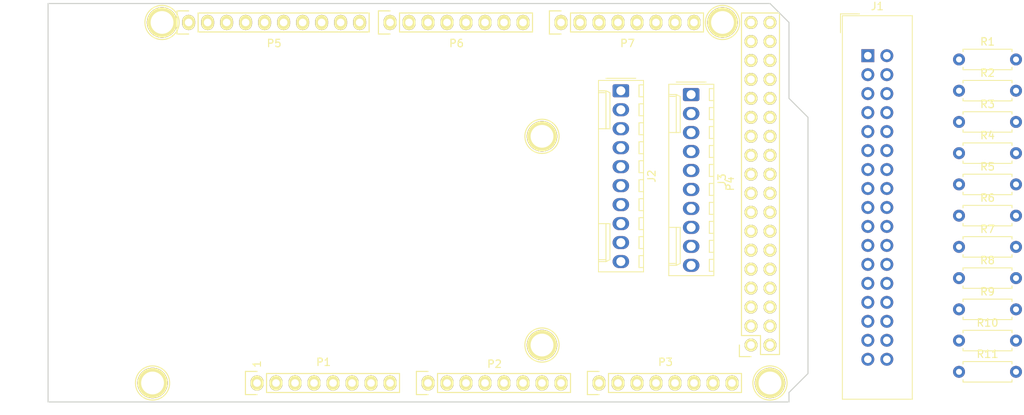
<source format=kicad_pcb>
(kicad_pcb (version 20171130) (host pcbnew "(5.1.5-0-10_14)")

  (general
    (thickness 1.6)
    (drawings 27)
    (tracks 0)
    (zones 0)
    (modules 27)
    (nets 46)
  )

  (page A4)
  (title_block
    (date "mar. 31 mars 2015")
  )

  (layers
    (0 F.Cu signal)
    (31 B.Cu signal)
    (32 B.Adhes user)
    (33 F.Adhes user)
    (34 B.Paste user)
    (35 F.Paste user)
    (36 B.SilkS user)
    (37 F.SilkS user)
    (38 B.Mask user)
    (39 F.Mask user)
    (40 Dwgs.User user)
    (41 Cmts.User user)
    (42 Eco1.User user)
    (43 Eco2.User user)
    (44 Edge.Cuts user)
    (45 Margin user)
    (46 B.CrtYd user)
    (47 F.CrtYd user)
    (48 B.Fab user)
    (49 F.Fab user)
  )

  (setup
    (last_trace_width 0.25)
    (trace_clearance 0.2)
    (zone_clearance 0.508)
    (zone_45_only no)
    (trace_min 0.2)
    (via_size 0.6)
    (via_drill 0.4)
    (via_min_size 0.4)
    (via_min_drill 0.3)
    (uvia_size 0.3)
    (uvia_drill 0.1)
    (uvias_allowed no)
    (uvia_min_size 0.2)
    (uvia_min_drill 0.1)
    (edge_width 0.15)
    (segment_width 0.15)
    (pcb_text_width 0.3)
    (pcb_text_size 1.5 1.5)
    (mod_edge_width 0.15)
    (mod_text_size 1 1)
    (mod_text_width 0.15)
    (pad_size 4.064 4.064)
    (pad_drill 3.048)
    (pad_to_mask_clearance 0)
    (aux_axis_origin 103.378 121.666)
    (visible_elements FFFFFF7F)
    (pcbplotparams
      (layerselection 0x00030_80000001)
      (usegerberextensions false)
      (usegerberattributes false)
      (usegerberadvancedattributes false)
      (creategerberjobfile false)
      (excludeedgelayer true)
      (linewidth 0.100000)
      (plotframeref false)
      (viasonmask false)
      (mode 1)
      (useauxorigin false)
      (hpglpennumber 1)
      (hpglpenspeed 20)
      (hpglpendiameter 15.000000)
      (psnegative false)
      (psa4output false)
      (plotreference true)
      (plotvalue true)
      (plotinvisibletext false)
      (padsonsilk false)
      (subtractmaskfromsilk false)
      (outputformat 1)
      (mirror false)
      (drillshape 1)
      (scaleselection 1)
      (outputdirectory ""))
  )

  (net 0 "")
  (net 1 GND)
  (net 2 /48)
  (net 3 /46)
  (net 4 /47)
  (net 5 /44)
  (net 6 /45)
  (net 7 /42)
  (net 8 /43)
  (net 9 /40)
  (net 10 /41)
  (net 11 /38)
  (net 12 /39)
  (net 13 /36)
  (net 14 /37)
  (net 15 /34)
  (net 16 /35)
  (net 17 /32)
  (net 18 /33)
  (net 19 /30)
  (net 20 /31)
  (net 21 /28)
  (net 22 /29)
  (net 23 /26)
  (net 24 /27)
  (net 25 /24)
  (net 26 /25)
  (net 27 /22)
  (net 28 /23)
  (net 29 +5V)
  (net 30 /A8)
  (net 31 /A9)
  (net 32 /A10)
  (net 33 /A11)
  (net 34 /A12)
  (net 35 /A13)
  (net 36 /A14)
  (net 37 /A15)
  (net 38 "/20(SDA)")
  (net 39 "/21(SCL)")
  (net 40 "/14(Tx3)")
  (net 41 "/15(Rx3)")
  (net 42 "/16(Tx2)")
  (net 43 "/17(Rx2)")
  (net 44 "/18(Tx1)")
  (net 45 "/19(Rx1)")

  (net_class Default "This is the default net class."
    (clearance 0.2)
    (trace_width 0.25)
    (via_dia 0.6)
    (via_drill 0.4)
    (uvia_dia 0.3)
    (uvia_drill 0.1)
    (add_net +3V3)
    (add_net +5V)
    (add_net "/0(Rx0)")
    (add_net "/1(Tx0)")
    (add_net "/11(**)")
    (add_net "/12(**)")
    (add_net "/13(**)")
    (add_net "/14(Tx3)")
    (add_net "/15(Rx3)")
    (add_net "/16(Tx2)")
    (add_net "/17(Rx2)")
    (add_net "/18(Tx1)")
    (add_net "/19(Rx1)")
    (add_net "/2(**)")
    (add_net "/20(SDA)")
    (add_net "/21(SCL)")
    (add_net /22)
    (add_net /23)
    (add_net /24)
    (add_net /25)
    (add_net /26)
    (add_net /27)
    (add_net /28)
    (add_net /29)
    (add_net "/3(**)")
    (add_net /30)
    (add_net /31)
    (add_net /32)
    (add_net /33)
    (add_net /34)
    (add_net /35)
    (add_net /36)
    (add_net /37)
    (add_net /38)
    (add_net /39)
    (add_net /40)
    (add_net /41)
    (add_net /42)
    (add_net /43)
    (add_net /44)
    (add_net /45)
    (add_net /46)
    (add_net /47)
    (add_net /48)
    (add_net /49)
    (add_net "/5(**)")
    (add_net "/6(**)")
    (add_net "/7(**)")
    (add_net "/8(**)")
    (add_net "/9(**)")
    (add_net /A0)
    (add_net /A1)
    (add_net /A10)
    (add_net /A11)
    (add_net /A12)
    (add_net /A13)
    (add_net /A14)
    (add_net /A15)
    (add_net /A2)
    (add_net /A3)
    (add_net /A4)
    (add_net /A5)
    (add_net /A6)
    (add_net /A7)
    (add_net /A8)
    (add_net /A9)
    (add_net /AREF)
    (add_net /IOREF)
    (add_net /Reset)
    (add_net /SCL)
    (add_net /SDA)
    (add_net /Vin)
    (add_net GND)
    (add_net "Net-(J1-Pad1)")
    (add_net "Net-(J1-Pad29)")
    (add_net "Net-(J1-Pad30)")
    (add_net "Net-(J1-Pad31)")
    (add_net "Net-(J1-Pad32)")
    (add_net "Net-(J1-Pad33)")
    (add_net "Net-(J1-Pad34)")
    (add_net "Net-(J3-Pad10)")
    (add_net "Net-(P1-Pad1)")
    (add_net "Net-(P10-Pad1)")
    (add_net "Net-(P11-Pad1)")
    (add_net "Net-(P12-Pad1)")
    (add_net "Net-(P13-Pad1)")
    (add_net "Net-(P4-Pad3)")
    (add_net "Net-(P4-Pad4)")
    (add_net "Net-(P4-Pad5)")
    (add_net "Net-(P4-Pad6)")
    (add_net "Net-(P5-Pad8)")
    (add_net "Net-(P6-Pad4)")
    (add_net "Net-(P8-Pad1)")
    (add_net "Net-(P9-Pad1)")
  )

  (module PT_Library_v001:Molex_1x10_P2.54mm_Vertical (layer F.Cu) (tedit 5B78013E) (tstamp 616BB5B0)
    (at 189.357 80.518 270)
    (descr "Molex KK-254 Interconnect System, old/engineering part number: AE-6410-10A example for new part number: 22-27-2101, 10 Pins (http://www.molex.com/pdm_docs/sd/022272021_sd.pdf), generated with kicad-footprint-generator")
    (tags "connector Molex KK-254 side entry")
    (path /6185764C)
    (fp_text reference J3 (at 11.43 -4.12 90) (layer F.SilkS)
      (effects (font (size 1 1) (thickness 0.15)))
    )
    (fp_text value ENCODERS (at 11.43 4.08 90) (layer F.Fab)
      (effects (font (size 1 1) (thickness 0.15)))
    )
    (fp_text user %R (at 11.43 -2.22 90) (layer F.Fab)
      (effects (font (size 1 1) (thickness 0.15)))
    )
    (fp_line (start 24.63 -3.42) (end -1.77 -3.42) (layer F.CrtYd) (width 0.05))
    (fp_line (start 24.63 3.38) (end 24.63 -3.42) (layer F.CrtYd) (width 0.05))
    (fp_line (start -1.77 3.38) (end 24.63 3.38) (layer F.CrtYd) (width 0.05))
    (fp_line (start -1.77 -3.42) (end -1.77 3.38) (layer F.CrtYd) (width 0.05))
    (fp_line (start 23.66 -2.43) (end 23.66 -3.03) (layer F.SilkS) (width 0.12))
    (fp_line (start 22.06 -2.43) (end 23.66 -2.43) (layer F.SilkS) (width 0.12))
    (fp_line (start 22.06 -3.03) (end 22.06 -2.43) (layer F.SilkS) (width 0.12))
    (fp_line (start 21.12 -2.43) (end 21.12 -3.03) (layer F.SilkS) (width 0.12))
    (fp_line (start 19.52 -2.43) (end 21.12 -2.43) (layer F.SilkS) (width 0.12))
    (fp_line (start 19.52 -3.03) (end 19.52 -2.43) (layer F.SilkS) (width 0.12))
    (fp_line (start 18.58 -2.43) (end 18.58 -3.03) (layer F.SilkS) (width 0.12))
    (fp_line (start 16.98 -2.43) (end 18.58 -2.43) (layer F.SilkS) (width 0.12))
    (fp_line (start 16.98 -3.03) (end 16.98 -2.43) (layer F.SilkS) (width 0.12))
    (fp_line (start 16.04 -2.43) (end 16.04 -3.03) (layer F.SilkS) (width 0.12))
    (fp_line (start 14.44 -2.43) (end 16.04 -2.43) (layer F.SilkS) (width 0.12))
    (fp_line (start 14.44 -3.03) (end 14.44 -2.43) (layer F.SilkS) (width 0.12))
    (fp_line (start 13.5 -2.43) (end 13.5 -3.03) (layer F.SilkS) (width 0.12))
    (fp_line (start 11.9 -2.43) (end 13.5 -2.43) (layer F.SilkS) (width 0.12))
    (fp_line (start 11.9 -3.03) (end 11.9 -2.43) (layer F.SilkS) (width 0.12))
    (fp_line (start 10.96 -2.43) (end 10.96 -3.03) (layer F.SilkS) (width 0.12))
    (fp_line (start 9.36 -2.43) (end 10.96 -2.43) (layer F.SilkS) (width 0.12))
    (fp_line (start 9.36 -3.03) (end 9.36 -2.43) (layer F.SilkS) (width 0.12))
    (fp_line (start 8.42 -2.43) (end 8.42 -3.03) (layer F.SilkS) (width 0.12))
    (fp_line (start 6.82 -2.43) (end 8.42 -2.43) (layer F.SilkS) (width 0.12))
    (fp_line (start 6.82 -3.03) (end 6.82 -2.43) (layer F.SilkS) (width 0.12))
    (fp_line (start 5.88 -2.43) (end 5.88 -3.03) (layer F.SilkS) (width 0.12))
    (fp_line (start 4.28 -2.43) (end 5.88 -2.43) (layer F.SilkS) (width 0.12))
    (fp_line (start 4.28 -3.03) (end 4.28 -2.43) (layer F.SilkS) (width 0.12))
    (fp_line (start 3.34 -2.43) (end 3.34 -3.03) (layer F.SilkS) (width 0.12))
    (fp_line (start 1.74 -2.43) (end 3.34 -2.43) (layer F.SilkS) (width 0.12))
    (fp_line (start 1.74 -3.03) (end 1.74 -2.43) (layer F.SilkS) (width 0.12))
    (fp_line (start 0.8 -2.43) (end 0.8 -3.03) (layer F.SilkS) (width 0.12))
    (fp_line (start -0.8 -2.43) (end 0.8 -2.43) (layer F.SilkS) (width 0.12))
    (fp_line (start -0.8 -3.03) (end -0.8 -2.43) (layer F.SilkS) (width 0.12))
    (fp_line (start 22.61 2.99) (end 22.61 1.99) (layer F.SilkS) (width 0.12))
    (fp_line (start 17.78 1.46) (end 17.78 1.99) (layer F.SilkS) (width 0.12))
    (fp_line (start 22.61 1.46) (end 17.78 1.46) (layer F.SilkS) (width 0.12))
    (fp_line (start 22.86 1.99) (end 22.61 1.46) (layer F.SilkS) (width 0.12))
    (fp_line (start 17.78 1.99) (end 17.78 2.99) (layer F.SilkS) (width 0.12))
    (fp_line (start 22.86 1.99) (end 17.78 1.99) (layer F.SilkS) (width 0.12))
    (fp_line (start 22.86 2.99) (end 22.86 1.99) (layer F.SilkS) (width 0.12))
    (fp_line (start 0.25 2.99) (end 0.25 1.99) (layer F.SilkS) (width 0.12))
    (fp_line (start 5.08 1.46) (end 5.08 1.99) (layer F.SilkS) (width 0.12))
    (fp_line (start 0.25 1.46) (end 5.08 1.46) (layer F.SilkS) (width 0.12))
    (fp_line (start 0 1.99) (end 0.25 1.46) (layer F.SilkS) (width 0.12))
    (fp_line (start 5.08 1.99) (end 5.08 2.99) (layer F.SilkS) (width 0.12))
    (fp_line (start 0 1.99) (end 5.08 1.99) (layer F.SilkS) (width 0.12))
    (fp_line (start 0 2.99) (end 0 1.99) (layer F.SilkS) (width 0.12))
    (fp_line (start -0.562893 0) (end -1.27 0.5) (layer F.Fab) (width 0.1))
    (fp_line (start -1.27 -0.5) (end -0.562893 0) (layer F.Fab) (width 0.1))
    (fp_line (start -1.67 -2) (end -1.67 2) (layer F.SilkS) (width 0.12))
    (fp_line (start 24.24 -3.03) (end -1.38 -3.03) (layer F.SilkS) (width 0.12))
    (fp_line (start 24.24 2.99) (end 24.24 -3.03) (layer F.SilkS) (width 0.12))
    (fp_line (start -1.38 2.99) (end 24.24 2.99) (layer F.SilkS) (width 0.12))
    (fp_line (start -1.38 -3.03) (end -1.38 2.99) (layer F.SilkS) (width 0.12))
    (fp_line (start 24.13 -2.92) (end -1.27 -2.92) (layer F.Fab) (width 0.1))
    (fp_line (start 24.13 2.88) (end 24.13 -2.92) (layer F.Fab) (width 0.1))
    (fp_line (start -1.27 2.88) (end 24.13 2.88) (layer F.Fab) (width 0.1))
    (fp_line (start -1.27 -2.92) (end -1.27 2.88) (layer F.Fab) (width 0.1))
    (pad 10 thru_hole oval (at 22.86 0 270) (size 1.74 2.2) (drill 1.2) (layers *.Cu *.Mask))
    (pad 9 thru_hole oval (at 20.32 0 270) (size 1.74 2.2) (drill 1.2) (layers *.Cu *.Mask)
      (net 39 "/21(SCL)"))
    (pad 8 thru_hole oval (at 17.78 0 270) (size 1.74 2.2) (drill 1.2) (layers *.Cu *.Mask)
      (net 38 "/20(SDA)"))
    (pad 7 thru_hole oval (at 15.24 0 270) (size 1.74 2.2) (drill 1.2) (layers *.Cu *.Mask)
      (net 45 "/19(Rx1)"))
    (pad 6 thru_hole oval (at 12.7 0 270) (size 1.74 2.2) (drill 1.2) (layers *.Cu *.Mask)
      (net 44 "/18(Tx1)"))
    (pad 5 thru_hole oval (at 10.16 0 270) (size 1.74 2.2) (drill 1.2) (layers *.Cu *.Mask)
      (net 43 "/17(Rx2)"))
    (pad 4 thru_hole oval (at 7.62 0 270) (size 1.74 2.2) (drill 1.2) (layers *.Cu *.Mask)
      (net 42 "/16(Tx2)"))
    (pad 3 thru_hole oval (at 5.08 0 270) (size 1.74 2.2) (drill 1.2) (layers *.Cu *.Mask)
      (net 41 "/15(Rx3)"))
    (pad 2 thru_hole oval (at 2.54 0 270) (size 1.74 2.2) (drill 1.2) (layers *.Cu *.Mask)
      (net 40 "/14(Tx3)"))
    (pad 1 thru_hole roundrect (at 0 0 270) (size 1.74 2.2) (drill 1.2) (layers *.Cu *.Mask) (roundrect_rratio 0.143678)
      (net 1 GND))
    (model ${KISYS3DMOD}/Connector_Molex.3dshapes/Molex_KK-254_AE-6410-10A_1x10_P2.54mm_Vertical.wrl
      (at (xyz 0 0 0))
      (scale (xyz 1 1 1))
      (rotate (xyz 0 0 0))
    )
  )

  (module PT_Library_v001:Molex_1x10_P2.54mm_Vertical (layer F.Cu) (tedit 5B78013E) (tstamp 616BB566)
    (at 179.959 80.01 270)
    (descr "Molex KK-254 Interconnect System, old/engineering part number: AE-6410-10A example for new part number: 22-27-2101, 10 Pins (http://www.molex.com/pdm_docs/sd/022272021_sd.pdf), generated with kicad-footprint-generator")
    (tags "connector Molex KK-254 side entry")
    (path /617FBCF0)
    (fp_text reference J2 (at 11.43 -4.12 90) (layer F.SilkS)
      (effects (font (size 1 1) (thickness 0.15)))
    )
    (fp_text value "ANALOG B" (at 11.43 4.08 90) (layer F.Fab)
      (effects (font (size 1 1) (thickness 0.15)))
    )
    (fp_text user %R (at 11.43 -2.22 90) (layer F.Fab)
      (effects (font (size 1 1) (thickness 0.15)))
    )
    (fp_line (start 24.63 -3.42) (end -1.77 -3.42) (layer F.CrtYd) (width 0.05))
    (fp_line (start 24.63 3.38) (end 24.63 -3.42) (layer F.CrtYd) (width 0.05))
    (fp_line (start -1.77 3.38) (end 24.63 3.38) (layer F.CrtYd) (width 0.05))
    (fp_line (start -1.77 -3.42) (end -1.77 3.38) (layer F.CrtYd) (width 0.05))
    (fp_line (start 23.66 -2.43) (end 23.66 -3.03) (layer F.SilkS) (width 0.12))
    (fp_line (start 22.06 -2.43) (end 23.66 -2.43) (layer F.SilkS) (width 0.12))
    (fp_line (start 22.06 -3.03) (end 22.06 -2.43) (layer F.SilkS) (width 0.12))
    (fp_line (start 21.12 -2.43) (end 21.12 -3.03) (layer F.SilkS) (width 0.12))
    (fp_line (start 19.52 -2.43) (end 21.12 -2.43) (layer F.SilkS) (width 0.12))
    (fp_line (start 19.52 -3.03) (end 19.52 -2.43) (layer F.SilkS) (width 0.12))
    (fp_line (start 18.58 -2.43) (end 18.58 -3.03) (layer F.SilkS) (width 0.12))
    (fp_line (start 16.98 -2.43) (end 18.58 -2.43) (layer F.SilkS) (width 0.12))
    (fp_line (start 16.98 -3.03) (end 16.98 -2.43) (layer F.SilkS) (width 0.12))
    (fp_line (start 16.04 -2.43) (end 16.04 -3.03) (layer F.SilkS) (width 0.12))
    (fp_line (start 14.44 -2.43) (end 16.04 -2.43) (layer F.SilkS) (width 0.12))
    (fp_line (start 14.44 -3.03) (end 14.44 -2.43) (layer F.SilkS) (width 0.12))
    (fp_line (start 13.5 -2.43) (end 13.5 -3.03) (layer F.SilkS) (width 0.12))
    (fp_line (start 11.9 -2.43) (end 13.5 -2.43) (layer F.SilkS) (width 0.12))
    (fp_line (start 11.9 -3.03) (end 11.9 -2.43) (layer F.SilkS) (width 0.12))
    (fp_line (start 10.96 -2.43) (end 10.96 -3.03) (layer F.SilkS) (width 0.12))
    (fp_line (start 9.36 -2.43) (end 10.96 -2.43) (layer F.SilkS) (width 0.12))
    (fp_line (start 9.36 -3.03) (end 9.36 -2.43) (layer F.SilkS) (width 0.12))
    (fp_line (start 8.42 -2.43) (end 8.42 -3.03) (layer F.SilkS) (width 0.12))
    (fp_line (start 6.82 -2.43) (end 8.42 -2.43) (layer F.SilkS) (width 0.12))
    (fp_line (start 6.82 -3.03) (end 6.82 -2.43) (layer F.SilkS) (width 0.12))
    (fp_line (start 5.88 -2.43) (end 5.88 -3.03) (layer F.SilkS) (width 0.12))
    (fp_line (start 4.28 -2.43) (end 5.88 -2.43) (layer F.SilkS) (width 0.12))
    (fp_line (start 4.28 -3.03) (end 4.28 -2.43) (layer F.SilkS) (width 0.12))
    (fp_line (start 3.34 -2.43) (end 3.34 -3.03) (layer F.SilkS) (width 0.12))
    (fp_line (start 1.74 -2.43) (end 3.34 -2.43) (layer F.SilkS) (width 0.12))
    (fp_line (start 1.74 -3.03) (end 1.74 -2.43) (layer F.SilkS) (width 0.12))
    (fp_line (start 0.8 -2.43) (end 0.8 -3.03) (layer F.SilkS) (width 0.12))
    (fp_line (start -0.8 -2.43) (end 0.8 -2.43) (layer F.SilkS) (width 0.12))
    (fp_line (start -0.8 -3.03) (end -0.8 -2.43) (layer F.SilkS) (width 0.12))
    (fp_line (start 22.61 2.99) (end 22.61 1.99) (layer F.SilkS) (width 0.12))
    (fp_line (start 17.78 1.46) (end 17.78 1.99) (layer F.SilkS) (width 0.12))
    (fp_line (start 22.61 1.46) (end 17.78 1.46) (layer F.SilkS) (width 0.12))
    (fp_line (start 22.86 1.99) (end 22.61 1.46) (layer F.SilkS) (width 0.12))
    (fp_line (start 17.78 1.99) (end 17.78 2.99) (layer F.SilkS) (width 0.12))
    (fp_line (start 22.86 1.99) (end 17.78 1.99) (layer F.SilkS) (width 0.12))
    (fp_line (start 22.86 2.99) (end 22.86 1.99) (layer F.SilkS) (width 0.12))
    (fp_line (start 0.25 2.99) (end 0.25 1.99) (layer F.SilkS) (width 0.12))
    (fp_line (start 5.08 1.46) (end 5.08 1.99) (layer F.SilkS) (width 0.12))
    (fp_line (start 0.25 1.46) (end 5.08 1.46) (layer F.SilkS) (width 0.12))
    (fp_line (start 0 1.99) (end 0.25 1.46) (layer F.SilkS) (width 0.12))
    (fp_line (start 5.08 1.99) (end 5.08 2.99) (layer F.SilkS) (width 0.12))
    (fp_line (start 0 1.99) (end 5.08 1.99) (layer F.SilkS) (width 0.12))
    (fp_line (start 0 2.99) (end 0 1.99) (layer F.SilkS) (width 0.12))
    (fp_line (start -0.562893 0) (end -1.27 0.5) (layer F.Fab) (width 0.1))
    (fp_line (start -1.27 -0.5) (end -0.562893 0) (layer F.Fab) (width 0.1))
    (fp_line (start -1.67 -2) (end -1.67 2) (layer F.SilkS) (width 0.12))
    (fp_line (start 24.24 -3.03) (end -1.38 -3.03) (layer F.SilkS) (width 0.12))
    (fp_line (start 24.24 2.99) (end 24.24 -3.03) (layer F.SilkS) (width 0.12))
    (fp_line (start -1.38 2.99) (end 24.24 2.99) (layer F.SilkS) (width 0.12))
    (fp_line (start -1.38 -3.03) (end -1.38 2.99) (layer F.SilkS) (width 0.12))
    (fp_line (start 24.13 -2.92) (end -1.27 -2.92) (layer F.Fab) (width 0.1))
    (fp_line (start 24.13 2.88) (end 24.13 -2.92) (layer F.Fab) (width 0.1))
    (fp_line (start -1.27 2.88) (end 24.13 2.88) (layer F.Fab) (width 0.1))
    (fp_line (start -1.27 -2.92) (end -1.27 2.88) (layer F.Fab) (width 0.1))
    (pad 10 thru_hole oval (at 22.86 0 270) (size 1.74 2.2) (drill 1.2) (layers *.Cu *.Mask)
      (net 37 /A15))
    (pad 9 thru_hole oval (at 20.32 0 270) (size 1.74 2.2) (drill 1.2) (layers *.Cu *.Mask)
      (net 36 /A14))
    (pad 8 thru_hole oval (at 17.78 0 270) (size 1.74 2.2) (drill 1.2) (layers *.Cu *.Mask)
      (net 35 /A13))
    (pad 7 thru_hole oval (at 15.24 0 270) (size 1.74 2.2) (drill 1.2) (layers *.Cu *.Mask)
      (net 34 /A12))
    (pad 6 thru_hole oval (at 12.7 0 270) (size 1.74 2.2) (drill 1.2) (layers *.Cu *.Mask)
      (net 33 /A11))
    (pad 5 thru_hole oval (at 10.16 0 270) (size 1.74 2.2) (drill 1.2) (layers *.Cu *.Mask)
      (net 32 /A10))
    (pad 4 thru_hole oval (at 7.62 0 270) (size 1.74 2.2) (drill 1.2) (layers *.Cu *.Mask)
      (net 31 /A9))
    (pad 3 thru_hole oval (at 5.08 0 270) (size 1.74 2.2) (drill 1.2) (layers *.Cu *.Mask)
      (net 30 /A8))
    (pad 2 thru_hole oval (at 2.54 0 270) (size 1.74 2.2) (drill 1.2) (layers *.Cu *.Mask)
      (net 1 GND))
    (pad 1 thru_hole roundrect (at 0 0 270) (size 1.74 2.2) (drill 1.2) (layers *.Cu *.Mask) (roundrect_rratio 0.143678)
      (net 29 +5V))
    (model ${KISYS3DMOD}/Connector_Molex.3dshapes/Molex_KK-254_AE-6410-10A_1x10_P2.54mm_Vertical.wrl
      (at (xyz 0 0 0))
      (scale (xyz 1 1 1))
      (rotate (xyz 0 0 0))
    )
  )

  (module PT_Library_v001:R_Axial_DIN0207_L6.3mm_D2.5mm_P7.62mm_Horizontal (layer F.Cu) (tedit 5AE5139B) (tstamp 616BA4FC)
    (at 225.171 117.63)
    (descr "Resistor, Axial_DIN0207 series, Axial, Horizontal, pin pitch=7.62mm, 0.25W = 1/4W, length*diameter=6.3*2.5mm^2, http://cdn-reichelt.de/documents/datenblatt/B400/1_4W%23YAG.pdf")
    (tags "Resistor Axial_DIN0207 series Axial Horizontal pin pitch 7.62mm 0.25W = 1/4W length 6.3mm diameter 2.5mm")
    (path /616F309D)
    (fp_text reference R11 (at 3.81 -2.37) (layer F.SilkS)
      (effects (font (size 1 1) (thickness 0.15)))
    )
    (fp_text value R (at 3.81 2.37) (layer F.Fab)
      (effects (font (size 1 1) (thickness 0.15)))
    )
    (fp_text user %R (at 3.81 0) (layer F.Fab)
      (effects (font (size 1 1) (thickness 0.15)))
    )
    (fp_line (start 8.67 -1.5) (end -1.05 -1.5) (layer F.CrtYd) (width 0.05))
    (fp_line (start 8.67 1.5) (end 8.67 -1.5) (layer F.CrtYd) (width 0.05))
    (fp_line (start -1.05 1.5) (end 8.67 1.5) (layer F.CrtYd) (width 0.05))
    (fp_line (start -1.05 -1.5) (end -1.05 1.5) (layer F.CrtYd) (width 0.05))
    (fp_line (start 7.08 1.37) (end 7.08 1.04) (layer F.SilkS) (width 0.12))
    (fp_line (start 0.54 1.37) (end 7.08 1.37) (layer F.SilkS) (width 0.12))
    (fp_line (start 0.54 1.04) (end 0.54 1.37) (layer F.SilkS) (width 0.12))
    (fp_line (start 7.08 -1.37) (end 7.08 -1.04) (layer F.SilkS) (width 0.12))
    (fp_line (start 0.54 -1.37) (end 7.08 -1.37) (layer F.SilkS) (width 0.12))
    (fp_line (start 0.54 -1.04) (end 0.54 -1.37) (layer F.SilkS) (width 0.12))
    (fp_line (start 7.62 0) (end 6.96 0) (layer F.Fab) (width 0.1))
    (fp_line (start 0 0) (end 0.66 0) (layer F.Fab) (width 0.1))
    (fp_line (start 6.96 -1.25) (end 0.66 -1.25) (layer F.Fab) (width 0.1))
    (fp_line (start 6.96 1.25) (end 6.96 -1.25) (layer F.Fab) (width 0.1))
    (fp_line (start 0.66 1.25) (end 6.96 1.25) (layer F.Fab) (width 0.1))
    (fp_line (start 0.66 -1.25) (end 0.66 1.25) (layer F.Fab) (width 0.1))
    (pad 2 thru_hole oval (at 7.62 0) (size 1.6 1.6) (drill 0.8) (layers *.Cu *.Mask)
      (net 2 /48))
    (pad 1 thru_hole circle (at 0 0) (size 1.6 1.6) (drill 0.8) (layers *.Cu *.Mask)
      (net 29 +5V))
    (model ${KISYS3DMOD}/Resistor_THT.3dshapes/R_Axial_DIN0207_L6.3mm_D2.5mm_P7.62mm_Horizontal.wrl
      (at (xyz 0 0 0))
      (scale (xyz 1 1 1))
      (rotate (xyz 0 0 0))
    )
  )

  (module PT_Library_v001:R_Axial_DIN0207_L6.3mm_D2.5mm_P7.62mm_Horizontal (layer F.Cu) (tedit 5AE5139B) (tstamp 616BA4E5)
    (at 225.171 113.4489)
    (descr "Resistor, Axial_DIN0207 series, Axial, Horizontal, pin pitch=7.62mm, 0.25W = 1/4W, length*diameter=6.3*2.5mm^2, http://cdn-reichelt.de/documents/datenblatt/B400/1_4W%23YAG.pdf")
    (tags "Resistor Axial_DIN0207 series Axial Horizontal pin pitch 7.62mm 0.25W = 1/4W length 6.3mm diameter 2.5mm")
    (path /616F3093)
    (fp_text reference R10 (at 3.81 -2.37) (layer F.SilkS)
      (effects (font (size 1 1) (thickness 0.15)))
    )
    (fp_text value R (at 3.81 2.37) (layer F.Fab)
      (effects (font (size 1 1) (thickness 0.15)))
    )
    (fp_text user %R (at 3.81 0) (layer F.Fab)
      (effects (font (size 1 1) (thickness 0.15)))
    )
    (fp_line (start 8.67 -1.5) (end -1.05 -1.5) (layer F.CrtYd) (width 0.05))
    (fp_line (start 8.67 1.5) (end 8.67 -1.5) (layer F.CrtYd) (width 0.05))
    (fp_line (start -1.05 1.5) (end 8.67 1.5) (layer F.CrtYd) (width 0.05))
    (fp_line (start -1.05 -1.5) (end -1.05 1.5) (layer F.CrtYd) (width 0.05))
    (fp_line (start 7.08 1.37) (end 7.08 1.04) (layer F.SilkS) (width 0.12))
    (fp_line (start 0.54 1.37) (end 7.08 1.37) (layer F.SilkS) (width 0.12))
    (fp_line (start 0.54 1.04) (end 0.54 1.37) (layer F.SilkS) (width 0.12))
    (fp_line (start 7.08 -1.37) (end 7.08 -1.04) (layer F.SilkS) (width 0.12))
    (fp_line (start 0.54 -1.37) (end 7.08 -1.37) (layer F.SilkS) (width 0.12))
    (fp_line (start 0.54 -1.04) (end 0.54 -1.37) (layer F.SilkS) (width 0.12))
    (fp_line (start 7.62 0) (end 6.96 0) (layer F.Fab) (width 0.1))
    (fp_line (start 0 0) (end 0.66 0) (layer F.Fab) (width 0.1))
    (fp_line (start 6.96 -1.25) (end 0.66 -1.25) (layer F.Fab) (width 0.1))
    (fp_line (start 6.96 1.25) (end 6.96 -1.25) (layer F.Fab) (width 0.1))
    (fp_line (start 0.66 1.25) (end 6.96 1.25) (layer F.Fab) (width 0.1))
    (fp_line (start 0.66 -1.25) (end 0.66 1.25) (layer F.Fab) (width 0.1))
    (pad 2 thru_hole oval (at 7.62 0) (size 1.6 1.6) (drill 0.8) (layers *.Cu *.Mask)
      (net 4 /47))
    (pad 1 thru_hole circle (at 0 0) (size 1.6 1.6) (drill 0.8) (layers *.Cu *.Mask)
      (net 29 +5V))
    (model ${KISYS3DMOD}/Resistor_THT.3dshapes/R_Axial_DIN0207_L6.3mm_D2.5mm_P7.62mm_Horizontal.wrl
      (at (xyz 0 0 0))
      (scale (xyz 1 1 1))
      (rotate (xyz 0 0 0))
    )
  )

  (module PT_Library_v001:R_Axial_DIN0207_L6.3mm_D2.5mm_P7.62mm_Horizontal (layer F.Cu) (tedit 5AE5139B) (tstamp 616BA4CE)
    (at 225.171 109.2678)
    (descr "Resistor, Axial_DIN0207 series, Axial, Horizontal, pin pitch=7.62mm, 0.25W = 1/4W, length*diameter=6.3*2.5mm^2, http://cdn-reichelt.de/documents/datenblatt/B400/1_4W%23YAG.pdf")
    (tags "Resistor Axial_DIN0207 series Axial Horizontal pin pitch 7.62mm 0.25W = 1/4W length 6.3mm diameter 2.5mm")
    (path /616F3089)
    (fp_text reference R9 (at 3.81 -2.37) (layer F.SilkS)
      (effects (font (size 1 1) (thickness 0.15)))
    )
    (fp_text value R (at 3.81 2.37) (layer F.Fab)
      (effects (font (size 1 1) (thickness 0.15)))
    )
    (fp_text user %R (at 3.81 0) (layer F.Fab)
      (effects (font (size 1 1) (thickness 0.15)))
    )
    (fp_line (start 8.67 -1.5) (end -1.05 -1.5) (layer F.CrtYd) (width 0.05))
    (fp_line (start 8.67 1.5) (end 8.67 -1.5) (layer F.CrtYd) (width 0.05))
    (fp_line (start -1.05 1.5) (end 8.67 1.5) (layer F.CrtYd) (width 0.05))
    (fp_line (start -1.05 -1.5) (end -1.05 1.5) (layer F.CrtYd) (width 0.05))
    (fp_line (start 7.08 1.37) (end 7.08 1.04) (layer F.SilkS) (width 0.12))
    (fp_line (start 0.54 1.37) (end 7.08 1.37) (layer F.SilkS) (width 0.12))
    (fp_line (start 0.54 1.04) (end 0.54 1.37) (layer F.SilkS) (width 0.12))
    (fp_line (start 7.08 -1.37) (end 7.08 -1.04) (layer F.SilkS) (width 0.12))
    (fp_line (start 0.54 -1.37) (end 7.08 -1.37) (layer F.SilkS) (width 0.12))
    (fp_line (start 0.54 -1.04) (end 0.54 -1.37) (layer F.SilkS) (width 0.12))
    (fp_line (start 7.62 0) (end 6.96 0) (layer F.Fab) (width 0.1))
    (fp_line (start 0 0) (end 0.66 0) (layer F.Fab) (width 0.1))
    (fp_line (start 6.96 -1.25) (end 0.66 -1.25) (layer F.Fab) (width 0.1))
    (fp_line (start 6.96 1.25) (end 6.96 -1.25) (layer F.Fab) (width 0.1))
    (fp_line (start 0.66 1.25) (end 6.96 1.25) (layer F.Fab) (width 0.1))
    (fp_line (start 0.66 -1.25) (end 0.66 1.25) (layer F.Fab) (width 0.1))
    (pad 2 thru_hole oval (at 7.62 0) (size 1.6 1.6) (drill 0.8) (layers *.Cu *.Mask)
      (net 3 /46))
    (pad 1 thru_hole circle (at 0 0) (size 1.6 1.6) (drill 0.8) (layers *.Cu *.Mask)
      (net 29 +5V))
    (model ${KISYS3DMOD}/Resistor_THT.3dshapes/R_Axial_DIN0207_L6.3mm_D2.5mm_P7.62mm_Horizontal.wrl
      (at (xyz 0 0 0))
      (scale (xyz 1 1 1))
      (rotate (xyz 0 0 0))
    )
  )

  (module PT_Library_v001:R_Axial_DIN0207_L6.3mm_D2.5mm_P7.62mm_Horizontal (layer F.Cu) (tedit 5AE5139B) (tstamp 616BA4B7)
    (at 225.171 105.0867)
    (descr "Resistor, Axial_DIN0207 series, Axial, Horizontal, pin pitch=7.62mm, 0.25W = 1/4W, length*diameter=6.3*2.5mm^2, http://cdn-reichelt.de/documents/datenblatt/B400/1_4W%23YAG.pdf")
    (tags "Resistor Axial_DIN0207 series Axial Horizontal pin pitch 7.62mm 0.25W = 1/4W length 6.3mm diameter 2.5mm")
    (path /616ED050)
    (fp_text reference R8 (at 3.81 -2.37) (layer F.SilkS)
      (effects (font (size 1 1) (thickness 0.15)))
    )
    (fp_text value R (at 3.81 2.37) (layer F.Fab)
      (effects (font (size 1 1) (thickness 0.15)))
    )
    (fp_text user %R (at 3.81 0) (layer F.Fab)
      (effects (font (size 1 1) (thickness 0.15)))
    )
    (fp_line (start 8.67 -1.5) (end -1.05 -1.5) (layer F.CrtYd) (width 0.05))
    (fp_line (start 8.67 1.5) (end 8.67 -1.5) (layer F.CrtYd) (width 0.05))
    (fp_line (start -1.05 1.5) (end 8.67 1.5) (layer F.CrtYd) (width 0.05))
    (fp_line (start -1.05 -1.5) (end -1.05 1.5) (layer F.CrtYd) (width 0.05))
    (fp_line (start 7.08 1.37) (end 7.08 1.04) (layer F.SilkS) (width 0.12))
    (fp_line (start 0.54 1.37) (end 7.08 1.37) (layer F.SilkS) (width 0.12))
    (fp_line (start 0.54 1.04) (end 0.54 1.37) (layer F.SilkS) (width 0.12))
    (fp_line (start 7.08 -1.37) (end 7.08 -1.04) (layer F.SilkS) (width 0.12))
    (fp_line (start 0.54 -1.37) (end 7.08 -1.37) (layer F.SilkS) (width 0.12))
    (fp_line (start 0.54 -1.04) (end 0.54 -1.37) (layer F.SilkS) (width 0.12))
    (fp_line (start 7.62 0) (end 6.96 0) (layer F.Fab) (width 0.1))
    (fp_line (start 0 0) (end 0.66 0) (layer F.Fab) (width 0.1))
    (fp_line (start 6.96 -1.25) (end 0.66 -1.25) (layer F.Fab) (width 0.1))
    (fp_line (start 6.96 1.25) (end 6.96 -1.25) (layer F.Fab) (width 0.1))
    (fp_line (start 0.66 1.25) (end 6.96 1.25) (layer F.Fab) (width 0.1))
    (fp_line (start 0.66 -1.25) (end 0.66 1.25) (layer F.Fab) (width 0.1))
    (pad 2 thru_hole oval (at 7.62 0) (size 1.6 1.6) (drill 0.8) (layers *.Cu *.Mask)
      (net 6 /45))
    (pad 1 thru_hole circle (at 0 0) (size 1.6 1.6) (drill 0.8) (layers *.Cu *.Mask)
      (net 29 +5V))
    (model ${KISYS3DMOD}/Resistor_THT.3dshapes/R_Axial_DIN0207_L6.3mm_D2.5mm_P7.62mm_Horizontal.wrl
      (at (xyz 0 0 0))
      (scale (xyz 1 1 1))
      (rotate (xyz 0 0 0))
    )
  )

  (module PT_Library_v001:R_Axial_DIN0207_L6.3mm_D2.5mm_P7.62mm_Horizontal (layer F.Cu) (tedit 5AE5139B) (tstamp 616BA4A0)
    (at 225.171 100.9056)
    (descr "Resistor, Axial_DIN0207 series, Axial, Horizontal, pin pitch=7.62mm, 0.25W = 1/4W, length*diameter=6.3*2.5mm^2, http://cdn-reichelt.de/documents/datenblatt/B400/1_4W%23YAG.pdf")
    (tags "Resistor Axial_DIN0207 series Axial Horizontal pin pitch 7.62mm 0.25W = 1/4W length 6.3mm diameter 2.5mm")
    (path /616ED046)
    (fp_text reference R7 (at 3.81 -2.37) (layer F.SilkS)
      (effects (font (size 1 1) (thickness 0.15)))
    )
    (fp_text value R (at 3.81 2.37) (layer F.Fab)
      (effects (font (size 1 1) (thickness 0.15)))
    )
    (fp_text user %R (at 3.81 0) (layer F.Fab)
      (effects (font (size 1 1) (thickness 0.15)))
    )
    (fp_line (start 8.67 -1.5) (end -1.05 -1.5) (layer F.CrtYd) (width 0.05))
    (fp_line (start 8.67 1.5) (end 8.67 -1.5) (layer F.CrtYd) (width 0.05))
    (fp_line (start -1.05 1.5) (end 8.67 1.5) (layer F.CrtYd) (width 0.05))
    (fp_line (start -1.05 -1.5) (end -1.05 1.5) (layer F.CrtYd) (width 0.05))
    (fp_line (start 7.08 1.37) (end 7.08 1.04) (layer F.SilkS) (width 0.12))
    (fp_line (start 0.54 1.37) (end 7.08 1.37) (layer F.SilkS) (width 0.12))
    (fp_line (start 0.54 1.04) (end 0.54 1.37) (layer F.SilkS) (width 0.12))
    (fp_line (start 7.08 -1.37) (end 7.08 -1.04) (layer F.SilkS) (width 0.12))
    (fp_line (start 0.54 -1.37) (end 7.08 -1.37) (layer F.SilkS) (width 0.12))
    (fp_line (start 0.54 -1.04) (end 0.54 -1.37) (layer F.SilkS) (width 0.12))
    (fp_line (start 7.62 0) (end 6.96 0) (layer F.Fab) (width 0.1))
    (fp_line (start 0 0) (end 0.66 0) (layer F.Fab) (width 0.1))
    (fp_line (start 6.96 -1.25) (end 0.66 -1.25) (layer F.Fab) (width 0.1))
    (fp_line (start 6.96 1.25) (end 6.96 -1.25) (layer F.Fab) (width 0.1))
    (fp_line (start 0.66 1.25) (end 6.96 1.25) (layer F.Fab) (width 0.1))
    (fp_line (start 0.66 -1.25) (end 0.66 1.25) (layer F.Fab) (width 0.1))
    (pad 2 thru_hole oval (at 7.62 0) (size 1.6 1.6) (drill 0.8) (layers *.Cu *.Mask)
      (net 5 /44))
    (pad 1 thru_hole circle (at 0 0) (size 1.6 1.6) (drill 0.8) (layers *.Cu *.Mask)
      (net 29 +5V))
    (model ${KISYS3DMOD}/Resistor_THT.3dshapes/R_Axial_DIN0207_L6.3mm_D2.5mm_P7.62mm_Horizontal.wrl
      (at (xyz 0 0 0))
      (scale (xyz 1 1 1))
      (rotate (xyz 0 0 0))
    )
  )

  (module PT_Library_v001:R_Axial_DIN0207_L6.3mm_D2.5mm_P7.62mm_Horizontal (layer F.Cu) (tedit 5AE5139B) (tstamp 616BA489)
    (at 225.171 96.7245)
    (descr "Resistor, Axial_DIN0207 series, Axial, Horizontal, pin pitch=7.62mm, 0.25W = 1/4W, length*diameter=6.3*2.5mm^2, http://cdn-reichelt.de/documents/datenblatt/B400/1_4W%23YAG.pdf")
    (tags "Resistor Axial_DIN0207 series Axial Horizontal pin pitch 7.62mm 0.25W = 1/4W length 6.3mm diameter 2.5mm")
    (path /616ED03C)
    (fp_text reference R6 (at 3.81 -2.37) (layer F.SilkS)
      (effects (font (size 1 1) (thickness 0.15)))
    )
    (fp_text value R (at 3.81 2.37) (layer F.Fab)
      (effects (font (size 1 1) (thickness 0.15)))
    )
    (fp_text user %R (at 3.81 0) (layer F.Fab)
      (effects (font (size 1 1) (thickness 0.15)))
    )
    (fp_line (start 8.67 -1.5) (end -1.05 -1.5) (layer F.CrtYd) (width 0.05))
    (fp_line (start 8.67 1.5) (end 8.67 -1.5) (layer F.CrtYd) (width 0.05))
    (fp_line (start -1.05 1.5) (end 8.67 1.5) (layer F.CrtYd) (width 0.05))
    (fp_line (start -1.05 -1.5) (end -1.05 1.5) (layer F.CrtYd) (width 0.05))
    (fp_line (start 7.08 1.37) (end 7.08 1.04) (layer F.SilkS) (width 0.12))
    (fp_line (start 0.54 1.37) (end 7.08 1.37) (layer F.SilkS) (width 0.12))
    (fp_line (start 0.54 1.04) (end 0.54 1.37) (layer F.SilkS) (width 0.12))
    (fp_line (start 7.08 -1.37) (end 7.08 -1.04) (layer F.SilkS) (width 0.12))
    (fp_line (start 0.54 -1.37) (end 7.08 -1.37) (layer F.SilkS) (width 0.12))
    (fp_line (start 0.54 -1.04) (end 0.54 -1.37) (layer F.SilkS) (width 0.12))
    (fp_line (start 7.62 0) (end 6.96 0) (layer F.Fab) (width 0.1))
    (fp_line (start 0 0) (end 0.66 0) (layer F.Fab) (width 0.1))
    (fp_line (start 6.96 -1.25) (end 0.66 -1.25) (layer F.Fab) (width 0.1))
    (fp_line (start 6.96 1.25) (end 6.96 -1.25) (layer F.Fab) (width 0.1))
    (fp_line (start 0.66 1.25) (end 6.96 1.25) (layer F.Fab) (width 0.1))
    (fp_line (start 0.66 -1.25) (end 0.66 1.25) (layer F.Fab) (width 0.1))
    (pad 2 thru_hole oval (at 7.62 0) (size 1.6 1.6) (drill 0.8) (layers *.Cu *.Mask)
      (net 8 /43))
    (pad 1 thru_hole circle (at 0 0) (size 1.6 1.6) (drill 0.8) (layers *.Cu *.Mask)
      (net 29 +5V))
    (model ${KISYS3DMOD}/Resistor_THT.3dshapes/R_Axial_DIN0207_L6.3mm_D2.5mm_P7.62mm_Horizontal.wrl
      (at (xyz 0 0 0))
      (scale (xyz 1 1 1))
      (rotate (xyz 0 0 0))
    )
  )

  (module PT_Library_v001:R_Axial_DIN0207_L6.3mm_D2.5mm_P7.62mm_Horizontal (layer F.Cu) (tedit 5AE5139B) (tstamp 616BA472)
    (at 225.171 92.5434)
    (descr "Resistor, Axial_DIN0207 series, Axial, Horizontal, pin pitch=7.62mm, 0.25W = 1/4W, length*diameter=6.3*2.5mm^2, http://cdn-reichelt.de/documents/datenblatt/B400/1_4W%23YAG.pdf")
    (tags "Resistor Axial_DIN0207 series Axial Horizontal pin pitch 7.62mm 0.25W = 1/4W length 6.3mm diameter 2.5mm")
    (path /616ED032)
    (fp_text reference R5 (at 3.81 -2.37) (layer F.SilkS)
      (effects (font (size 1 1) (thickness 0.15)))
    )
    (fp_text value R (at 3.81 2.37) (layer F.Fab)
      (effects (font (size 1 1) (thickness 0.15)))
    )
    (fp_text user %R (at 3.81 0) (layer F.Fab)
      (effects (font (size 1 1) (thickness 0.15)))
    )
    (fp_line (start 8.67 -1.5) (end -1.05 -1.5) (layer F.CrtYd) (width 0.05))
    (fp_line (start 8.67 1.5) (end 8.67 -1.5) (layer F.CrtYd) (width 0.05))
    (fp_line (start -1.05 1.5) (end 8.67 1.5) (layer F.CrtYd) (width 0.05))
    (fp_line (start -1.05 -1.5) (end -1.05 1.5) (layer F.CrtYd) (width 0.05))
    (fp_line (start 7.08 1.37) (end 7.08 1.04) (layer F.SilkS) (width 0.12))
    (fp_line (start 0.54 1.37) (end 7.08 1.37) (layer F.SilkS) (width 0.12))
    (fp_line (start 0.54 1.04) (end 0.54 1.37) (layer F.SilkS) (width 0.12))
    (fp_line (start 7.08 -1.37) (end 7.08 -1.04) (layer F.SilkS) (width 0.12))
    (fp_line (start 0.54 -1.37) (end 7.08 -1.37) (layer F.SilkS) (width 0.12))
    (fp_line (start 0.54 -1.04) (end 0.54 -1.37) (layer F.SilkS) (width 0.12))
    (fp_line (start 7.62 0) (end 6.96 0) (layer F.Fab) (width 0.1))
    (fp_line (start 0 0) (end 0.66 0) (layer F.Fab) (width 0.1))
    (fp_line (start 6.96 -1.25) (end 0.66 -1.25) (layer F.Fab) (width 0.1))
    (fp_line (start 6.96 1.25) (end 6.96 -1.25) (layer F.Fab) (width 0.1))
    (fp_line (start 0.66 1.25) (end 6.96 1.25) (layer F.Fab) (width 0.1))
    (fp_line (start 0.66 -1.25) (end 0.66 1.25) (layer F.Fab) (width 0.1))
    (pad 2 thru_hole oval (at 7.62 0) (size 1.6 1.6) (drill 0.8) (layers *.Cu *.Mask)
      (net 7 /42))
    (pad 1 thru_hole circle (at 0 0) (size 1.6 1.6) (drill 0.8) (layers *.Cu *.Mask)
      (net 29 +5V))
    (model ${KISYS3DMOD}/Resistor_THT.3dshapes/R_Axial_DIN0207_L6.3mm_D2.5mm_P7.62mm_Horizontal.wrl
      (at (xyz 0 0 0))
      (scale (xyz 1 1 1))
      (rotate (xyz 0 0 0))
    )
  )

  (module PT_Library_v001:R_Axial_DIN0207_L6.3mm_D2.5mm_P7.62mm_Horizontal (layer F.Cu) (tedit 5AE5139B) (tstamp 616BA45B)
    (at 225.171 88.3623)
    (descr "Resistor, Axial_DIN0207 series, Axial, Horizontal, pin pitch=7.62mm, 0.25W = 1/4W, length*diameter=6.3*2.5mm^2, http://cdn-reichelt.de/documents/datenblatt/B400/1_4W%23YAG.pdf")
    (tags "Resistor Axial_DIN0207 series Axial Horizontal pin pitch 7.62mm 0.25W = 1/4W length 6.3mm diameter 2.5mm")
    (path /616E93BF)
    (fp_text reference R4 (at 3.81 -2.37) (layer F.SilkS)
      (effects (font (size 1 1) (thickness 0.15)))
    )
    (fp_text value R (at 3.81 2.37) (layer F.Fab)
      (effects (font (size 1 1) (thickness 0.15)))
    )
    (fp_text user %R (at 3.81 0) (layer F.Fab)
      (effects (font (size 1 1) (thickness 0.15)))
    )
    (fp_line (start 8.67 -1.5) (end -1.05 -1.5) (layer F.CrtYd) (width 0.05))
    (fp_line (start 8.67 1.5) (end 8.67 -1.5) (layer F.CrtYd) (width 0.05))
    (fp_line (start -1.05 1.5) (end 8.67 1.5) (layer F.CrtYd) (width 0.05))
    (fp_line (start -1.05 -1.5) (end -1.05 1.5) (layer F.CrtYd) (width 0.05))
    (fp_line (start 7.08 1.37) (end 7.08 1.04) (layer F.SilkS) (width 0.12))
    (fp_line (start 0.54 1.37) (end 7.08 1.37) (layer F.SilkS) (width 0.12))
    (fp_line (start 0.54 1.04) (end 0.54 1.37) (layer F.SilkS) (width 0.12))
    (fp_line (start 7.08 -1.37) (end 7.08 -1.04) (layer F.SilkS) (width 0.12))
    (fp_line (start 0.54 -1.37) (end 7.08 -1.37) (layer F.SilkS) (width 0.12))
    (fp_line (start 0.54 -1.04) (end 0.54 -1.37) (layer F.SilkS) (width 0.12))
    (fp_line (start 7.62 0) (end 6.96 0) (layer F.Fab) (width 0.1))
    (fp_line (start 0 0) (end 0.66 0) (layer F.Fab) (width 0.1))
    (fp_line (start 6.96 -1.25) (end 0.66 -1.25) (layer F.Fab) (width 0.1))
    (fp_line (start 6.96 1.25) (end 6.96 -1.25) (layer F.Fab) (width 0.1))
    (fp_line (start 0.66 1.25) (end 6.96 1.25) (layer F.Fab) (width 0.1))
    (fp_line (start 0.66 -1.25) (end 0.66 1.25) (layer F.Fab) (width 0.1))
    (pad 2 thru_hole oval (at 7.62 0) (size 1.6 1.6) (drill 0.8) (layers *.Cu *.Mask)
      (net 10 /41))
    (pad 1 thru_hole circle (at 0 0) (size 1.6 1.6) (drill 0.8) (layers *.Cu *.Mask)
      (net 29 +5V))
    (model ${KISYS3DMOD}/Resistor_THT.3dshapes/R_Axial_DIN0207_L6.3mm_D2.5mm_P7.62mm_Horizontal.wrl
      (at (xyz 0 0 0))
      (scale (xyz 1 1 1))
      (rotate (xyz 0 0 0))
    )
  )

  (module PT_Library_v001:R_Axial_DIN0207_L6.3mm_D2.5mm_P7.62mm_Horizontal (layer F.Cu) (tedit 5AE5139B) (tstamp 616BA444)
    (at 225.171 84.1812)
    (descr "Resistor, Axial_DIN0207 series, Axial, Horizontal, pin pitch=7.62mm, 0.25W = 1/4W, length*diameter=6.3*2.5mm^2, http://cdn-reichelt.de/documents/datenblatt/B400/1_4W%23YAG.pdf")
    (tags "Resistor Axial_DIN0207 series Axial Horizontal pin pitch 7.62mm 0.25W = 1/4W length 6.3mm diameter 2.5mm")
    (path /616E93B5)
    (fp_text reference R3 (at 3.81 -2.37) (layer F.SilkS)
      (effects (font (size 1 1) (thickness 0.15)))
    )
    (fp_text value R (at 3.81 2.37) (layer F.Fab)
      (effects (font (size 1 1) (thickness 0.15)))
    )
    (fp_text user %R (at 3.81 0) (layer F.Fab)
      (effects (font (size 1 1) (thickness 0.15)))
    )
    (fp_line (start 8.67 -1.5) (end -1.05 -1.5) (layer F.CrtYd) (width 0.05))
    (fp_line (start 8.67 1.5) (end 8.67 -1.5) (layer F.CrtYd) (width 0.05))
    (fp_line (start -1.05 1.5) (end 8.67 1.5) (layer F.CrtYd) (width 0.05))
    (fp_line (start -1.05 -1.5) (end -1.05 1.5) (layer F.CrtYd) (width 0.05))
    (fp_line (start 7.08 1.37) (end 7.08 1.04) (layer F.SilkS) (width 0.12))
    (fp_line (start 0.54 1.37) (end 7.08 1.37) (layer F.SilkS) (width 0.12))
    (fp_line (start 0.54 1.04) (end 0.54 1.37) (layer F.SilkS) (width 0.12))
    (fp_line (start 7.08 -1.37) (end 7.08 -1.04) (layer F.SilkS) (width 0.12))
    (fp_line (start 0.54 -1.37) (end 7.08 -1.37) (layer F.SilkS) (width 0.12))
    (fp_line (start 0.54 -1.04) (end 0.54 -1.37) (layer F.SilkS) (width 0.12))
    (fp_line (start 7.62 0) (end 6.96 0) (layer F.Fab) (width 0.1))
    (fp_line (start 0 0) (end 0.66 0) (layer F.Fab) (width 0.1))
    (fp_line (start 6.96 -1.25) (end 0.66 -1.25) (layer F.Fab) (width 0.1))
    (fp_line (start 6.96 1.25) (end 6.96 -1.25) (layer F.Fab) (width 0.1))
    (fp_line (start 0.66 1.25) (end 6.96 1.25) (layer F.Fab) (width 0.1))
    (fp_line (start 0.66 -1.25) (end 0.66 1.25) (layer F.Fab) (width 0.1))
    (pad 2 thru_hole oval (at 7.62 0) (size 1.6 1.6) (drill 0.8) (layers *.Cu *.Mask)
      (net 9 /40))
    (pad 1 thru_hole circle (at 0 0) (size 1.6 1.6) (drill 0.8) (layers *.Cu *.Mask)
      (net 29 +5V))
    (model ${KISYS3DMOD}/Resistor_THT.3dshapes/R_Axial_DIN0207_L6.3mm_D2.5mm_P7.62mm_Horizontal.wrl
      (at (xyz 0 0 0))
      (scale (xyz 1 1 1))
      (rotate (xyz 0 0 0))
    )
  )

  (module PT_Library_v001:R_Axial_DIN0207_L6.3mm_D2.5mm_P7.62mm_Horizontal (layer F.Cu) (tedit 5AE5139B) (tstamp 616BA42D)
    (at 225.171 80.0001)
    (descr "Resistor, Axial_DIN0207 series, Axial, Horizontal, pin pitch=7.62mm, 0.25W = 1/4W, length*diameter=6.3*2.5mm^2, http://cdn-reichelt.de/documents/datenblatt/B400/1_4W%23YAG.pdf")
    (tags "Resistor Axial_DIN0207 series Axial Horizontal pin pitch 7.62mm 0.25W = 1/4W length 6.3mm diameter 2.5mm")
    (path /616E7E06)
    (fp_text reference R2 (at 3.81 -2.37) (layer F.SilkS)
      (effects (font (size 1 1) (thickness 0.15)))
    )
    (fp_text value R (at 3.81 2.37) (layer F.Fab)
      (effects (font (size 1 1) (thickness 0.15)))
    )
    (fp_text user %R (at 3.81 0) (layer F.Fab)
      (effects (font (size 1 1) (thickness 0.15)))
    )
    (fp_line (start 8.67 -1.5) (end -1.05 -1.5) (layer F.CrtYd) (width 0.05))
    (fp_line (start 8.67 1.5) (end 8.67 -1.5) (layer F.CrtYd) (width 0.05))
    (fp_line (start -1.05 1.5) (end 8.67 1.5) (layer F.CrtYd) (width 0.05))
    (fp_line (start -1.05 -1.5) (end -1.05 1.5) (layer F.CrtYd) (width 0.05))
    (fp_line (start 7.08 1.37) (end 7.08 1.04) (layer F.SilkS) (width 0.12))
    (fp_line (start 0.54 1.37) (end 7.08 1.37) (layer F.SilkS) (width 0.12))
    (fp_line (start 0.54 1.04) (end 0.54 1.37) (layer F.SilkS) (width 0.12))
    (fp_line (start 7.08 -1.37) (end 7.08 -1.04) (layer F.SilkS) (width 0.12))
    (fp_line (start 0.54 -1.37) (end 7.08 -1.37) (layer F.SilkS) (width 0.12))
    (fp_line (start 0.54 -1.04) (end 0.54 -1.37) (layer F.SilkS) (width 0.12))
    (fp_line (start 7.62 0) (end 6.96 0) (layer F.Fab) (width 0.1))
    (fp_line (start 0 0) (end 0.66 0) (layer F.Fab) (width 0.1))
    (fp_line (start 6.96 -1.25) (end 0.66 -1.25) (layer F.Fab) (width 0.1))
    (fp_line (start 6.96 1.25) (end 6.96 -1.25) (layer F.Fab) (width 0.1))
    (fp_line (start 0.66 1.25) (end 6.96 1.25) (layer F.Fab) (width 0.1))
    (fp_line (start 0.66 -1.25) (end 0.66 1.25) (layer F.Fab) (width 0.1))
    (pad 2 thru_hole oval (at 7.62 0) (size 1.6 1.6) (drill 0.8) (layers *.Cu *.Mask)
      (net 12 /39))
    (pad 1 thru_hole circle (at 0 0) (size 1.6 1.6) (drill 0.8) (layers *.Cu *.Mask)
      (net 29 +5V))
    (model ${KISYS3DMOD}/Resistor_THT.3dshapes/R_Axial_DIN0207_L6.3mm_D2.5mm_P7.62mm_Horizontal.wrl
      (at (xyz 0 0 0))
      (scale (xyz 1 1 1))
      (rotate (xyz 0 0 0))
    )
  )

  (module PT_Library_v001:R_Axial_DIN0207_L6.3mm_D2.5mm_P7.62mm_Horizontal (layer F.Cu) (tedit 5AE5139B) (tstamp 616BA416)
    (at 225.171 75.819)
    (descr "Resistor, Axial_DIN0207 series, Axial, Horizontal, pin pitch=7.62mm, 0.25W = 1/4W, length*diameter=6.3*2.5mm^2, http://cdn-reichelt.de/documents/datenblatt/B400/1_4W%23YAG.pdf")
    (tags "Resistor Axial_DIN0207 series Axial Horizontal pin pitch 7.62mm 0.25W = 1/4W length 6.3mm diameter 2.5mm")
    (path /616E2AC0)
    (fp_text reference R1 (at 3.81 -2.37) (layer F.SilkS)
      (effects (font (size 1 1) (thickness 0.15)))
    )
    (fp_text value R (at 3.81 2.37) (layer F.Fab)
      (effects (font (size 1 1) (thickness 0.15)))
    )
    (fp_text user %R (at 3.81 0) (layer F.Fab)
      (effects (font (size 1 1) (thickness 0.15)))
    )
    (fp_line (start 8.67 -1.5) (end -1.05 -1.5) (layer F.CrtYd) (width 0.05))
    (fp_line (start 8.67 1.5) (end 8.67 -1.5) (layer F.CrtYd) (width 0.05))
    (fp_line (start -1.05 1.5) (end 8.67 1.5) (layer F.CrtYd) (width 0.05))
    (fp_line (start -1.05 -1.5) (end -1.05 1.5) (layer F.CrtYd) (width 0.05))
    (fp_line (start 7.08 1.37) (end 7.08 1.04) (layer F.SilkS) (width 0.12))
    (fp_line (start 0.54 1.37) (end 7.08 1.37) (layer F.SilkS) (width 0.12))
    (fp_line (start 0.54 1.04) (end 0.54 1.37) (layer F.SilkS) (width 0.12))
    (fp_line (start 7.08 -1.37) (end 7.08 -1.04) (layer F.SilkS) (width 0.12))
    (fp_line (start 0.54 -1.37) (end 7.08 -1.37) (layer F.SilkS) (width 0.12))
    (fp_line (start 0.54 -1.04) (end 0.54 -1.37) (layer F.SilkS) (width 0.12))
    (fp_line (start 7.62 0) (end 6.96 0) (layer F.Fab) (width 0.1))
    (fp_line (start 0 0) (end 0.66 0) (layer F.Fab) (width 0.1))
    (fp_line (start 6.96 -1.25) (end 0.66 -1.25) (layer F.Fab) (width 0.1))
    (fp_line (start 6.96 1.25) (end 6.96 -1.25) (layer F.Fab) (width 0.1))
    (fp_line (start 0.66 1.25) (end 6.96 1.25) (layer F.Fab) (width 0.1))
    (fp_line (start 0.66 -1.25) (end 0.66 1.25) (layer F.Fab) (width 0.1))
    (pad 2 thru_hole oval (at 7.62 0) (size 1.6 1.6) (drill 0.8) (layers *.Cu *.Mask)
      (net 11 /38))
    (pad 1 thru_hole circle (at 0 0) (size 1.6 1.6) (drill 0.8) (layers *.Cu *.Mask)
      (net 29 +5V))
    (model ${KISYS3DMOD}/Resistor_THT.3dshapes/R_Axial_DIN0207_L6.3mm_D2.5mm_P7.62mm_Horizontal.wrl
      (at (xyz 0 0 0))
      (scale (xyz 1 1 1))
      (rotate (xyz 0 0 0))
    )
  )

  (module Connector_IDC:IDC-Header_2x17_P2.54mm_Vertical (layer F.Cu) (tedit 59DE1241) (tstamp 616BA2C6)
    (at 212.979 75.311)
    (descr "Through hole straight IDC box header, 2x17, 2.54mm pitch, double rows")
    (tags "Through hole IDC box header THT 2x17 2.54mm double row")
    (path /616BC0F0)
    (fp_text reference J1 (at 1.27 -6.604) (layer F.SilkS)
      (effects (font (size 1 1) (thickness 0.15)))
    )
    (fp_text value "MATRIX INPUT" (at 1.27 47.244) (layer F.Fab)
      (effects (font (size 1 1) (thickness 0.15)))
    )
    (fp_line (start -3.655 -5.6) (end -1.115 -5.6) (layer F.SilkS) (width 0.12))
    (fp_line (start -3.655 -5.6) (end -3.655 -3.06) (layer F.SilkS) (width 0.12))
    (fp_line (start -3.405 -5.35) (end 5.945 -5.35) (layer F.SilkS) (width 0.12))
    (fp_line (start -3.405 45.99) (end -3.405 -5.35) (layer F.SilkS) (width 0.12))
    (fp_line (start 5.945 45.99) (end -3.405 45.99) (layer F.SilkS) (width 0.12))
    (fp_line (start 5.945 -5.35) (end 5.945 45.99) (layer F.SilkS) (width 0.12))
    (fp_line (start -3.41 -5.35) (end 5.95 -5.35) (layer F.CrtYd) (width 0.05))
    (fp_line (start -3.41 45.99) (end -3.41 -5.35) (layer F.CrtYd) (width 0.05))
    (fp_line (start 5.95 45.99) (end -3.41 45.99) (layer F.CrtYd) (width 0.05))
    (fp_line (start 5.95 -5.35) (end 5.95 45.99) (layer F.CrtYd) (width 0.05))
    (fp_line (start -3.155 45.74) (end -2.605 45.18) (layer F.Fab) (width 0.1))
    (fp_line (start -3.155 -5.1) (end -2.605 -4.56) (layer F.Fab) (width 0.1))
    (fp_line (start 5.695 45.74) (end 5.145 45.18) (layer F.Fab) (width 0.1))
    (fp_line (start 5.695 -5.1) (end 5.145 -4.56) (layer F.Fab) (width 0.1))
    (fp_line (start 5.145 45.18) (end -2.605 45.18) (layer F.Fab) (width 0.1))
    (fp_line (start 5.695 45.74) (end -3.155 45.74) (layer F.Fab) (width 0.1))
    (fp_line (start 5.145 -4.56) (end -2.605 -4.56) (layer F.Fab) (width 0.1))
    (fp_line (start 5.695 -5.1) (end -3.155 -5.1) (layer F.Fab) (width 0.1))
    (fp_line (start -2.605 22.57) (end -3.155 22.57) (layer F.Fab) (width 0.1))
    (fp_line (start -2.605 18.07) (end -3.155 18.07) (layer F.Fab) (width 0.1))
    (fp_line (start -2.605 22.57) (end -2.605 45.18) (layer F.Fab) (width 0.1))
    (fp_line (start -2.605 -4.56) (end -2.605 18.07) (layer F.Fab) (width 0.1))
    (fp_line (start -3.155 -5.1) (end -3.155 45.74) (layer F.Fab) (width 0.1))
    (fp_line (start 5.145 -4.56) (end 5.145 45.18) (layer F.Fab) (width 0.1))
    (fp_line (start 5.695 -5.1) (end 5.695 45.74) (layer F.Fab) (width 0.1))
    (fp_text user %R (at 1.27 20.32) (layer F.Fab)
      (effects (font (size 1 1) (thickness 0.15)))
    )
    (pad 34 thru_hole oval (at 2.54 40.64) (size 1.7272 1.7272) (drill 1.016) (layers *.Cu *.Mask))
    (pad 33 thru_hole oval (at 0 40.64) (size 1.7272 1.7272) (drill 1.016) (layers *.Cu *.Mask))
    (pad 32 thru_hole oval (at 2.54 38.1) (size 1.7272 1.7272) (drill 1.016) (layers *.Cu *.Mask))
    (pad 31 thru_hole oval (at 0 38.1) (size 1.7272 1.7272) (drill 1.016) (layers *.Cu *.Mask))
    (pad 30 thru_hole oval (at 2.54 35.56) (size 1.7272 1.7272) (drill 1.016) (layers *.Cu *.Mask))
    (pad 29 thru_hole oval (at 0 35.56) (size 1.7272 1.7272) (drill 1.016) (layers *.Cu *.Mask))
    (pad 28 thru_hole oval (at 2.54 33.02) (size 1.7272 1.7272) (drill 1.016) (layers *.Cu *.Mask)
      (net 2 /48))
    (pad 27 thru_hole oval (at 0 33.02) (size 1.7272 1.7272) (drill 1.016) (layers *.Cu *.Mask)
      (net 4 /47))
    (pad 26 thru_hole oval (at 2.54 30.48) (size 1.7272 1.7272) (drill 1.016) (layers *.Cu *.Mask)
      (net 3 /46))
    (pad 25 thru_hole oval (at 0 30.48) (size 1.7272 1.7272) (drill 1.016) (layers *.Cu *.Mask)
      (net 6 /45))
    (pad 24 thru_hole oval (at 2.54 27.94) (size 1.7272 1.7272) (drill 1.016) (layers *.Cu *.Mask)
      (net 5 /44))
    (pad 23 thru_hole oval (at 0 27.94) (size 1.7272 1.7272) (drill 1.016) (layers *.Cu *.Mask)
      (net 8 /43))
    (pad 22 thru_hole oval (at 2.54 25.4) (size 1.7272 1.7272) (drill 1.016) (layers *.Cu *.Mask)
      (net 7 /42))
    (pad 21 thru_hole oval (at 0 25.4) (size 1.7272 1.7272) (drill 1.016) (layers *.Cu *.Mask)
      (net 10 /41))
    (pad 20 thru_hole oval (at 2.54 22.86) (size 1.7272 1.7272) (drill 1.016) (layers *.Cu *.Mask)
      (net 9 /40))
    (pad 19 thru_hole oval (at 0 22.86) (size 1.7272 1.7272) (drill 1.016) (layers *.Cu *.Mask)
      (net 12 /39))
    (pad 18 thru_hole oval (at 2.54 20.32) (size 1.7272 1.7272) (drill 1.016) (layers *.Cu *.Mask)
      (net 11 /38))
    (pad 17 thru_hole oval (at 0 20.32) (size 1.7272 1.7272) (drill 1.016) (layers *.Cu *.Mask)
      (net 14 /37))
    (pad 16 thru_hole oval (at 2.54 17.78) (size 1.7272 1.7272) (drill 1.016) (layers *.Cu *.Mask)
      (net 13 /36))
    (pad 15 thru_hole oval (at 0 17.78) (size 1.7272 1.7272) (drill 1.016) (layers *.Cu *.Mask)
      (net 16 /35))
    (pad 14 thru_hole oval (at 2.54 15.24) (size 1.7272 1.7272) (drill 1.016) (layers *.Cu *.Mask)
      (net 15 /34))
    (pad 13 thru_hole oval (at 0 15.24) (size 1.7272 1.7272) (drill 1.016) (layers *.Cu *.Mask)
      (net 18 /33))
    (pad 12 thru_hole oval (at 2.54 12.7) (size 1.7272 1.7272) (drill 1.016) (layers *.Cu *.Mask)
      (net 17 /32))
    (pad 11 thru_hole oval (at 0 12.7) (size 1.7272 1.7272) (drill 1.016) (layers *.Cu *.Mask)
      (net 20 /31))
    (pad 10 thru_hole oval (at 2.54 10.16) (size 1.7272 1.7272) (drill 1.016) (layers *.Cu *.Mask)
      (net 19 /30))
    (pad 9 thru_hole oval (at 0 10.16) (size 1.7272 1.7272) (drill 1.016) (layers *.Cu *.Mask)
      (net 22 /29))
    (pad 8 thru_hole oval (at 2.54 7.62) (size 1.7272 1.7272) (drill 1.016) (layers *.Cu *.Mask)
      (net 21 /28))
    (pad 7 thru_hole oval (at 0 7.62) (size 1.7272 1.7272) (drill 1.016) (layers *.Cu *.Mask)
      (net 24 /27))
    (pad 6 thru_hole oval (at 2.54 5.08) (size 1.7272 1.7272) (drill 1.016) (layers *.Cu *.Mask)
      (net 23 /26))
    (pad 5 thru_hole oval (at 0 5.08) (size 1.7272 1.7272) (drill 1.016) (layers *.Cu *.Mask)
      (net 26 /25))
    (pad 4 thru_hole oval (at 2.54 2.54) (size 1.7272 1.7272) (drill 1.016) (layers *.Cu *.Mask)
      (net 25 /24))
    (pad 3 thru_hole oval (at 0 2.54) (size 1.7272 1.7272) (drill 1.016) (layers *.Cu *.Mask)
      (net 28 /23))
    (pad 2 thru_hole oval (at 2.54 0) (size 1.7272 1.7272) (drill 1.016) (layers *.Cu *.Mask)
      (net 27 /22))
    (pad 1 thru_hole rect (at 0 0) (size 1.7272 1.7272) (drill 1.016) (layers *.Cu *.Mask))
    (model ${KISYS3DMOD}/Connector_IDC.3dshapes/IDC-Header_2x17_P2.54mm_Vertical.wrl
      (at (xyz 0 0 0))
      (scale (xyz 1 1 1))
      (rotate (xyz 0 0 0))
    )
  )

  (module Socket_Arduino_Mega:Socket_Strip_Arduino_2x18 locked (layer F.Cu) (tedit 55216789) (tstamp 551AFCE5)
    (at 197.358 114.046 90)
    (descr "Through hole socket strip")
    (tags "socket strip")
    (path /56D743B5)
    (fp_text reference P4 (at 21.59 -2.794 90) (layer F.SilkS)
      (effects (font (size 1 1) (thickness 0.15)))
    )
    (fp_text value Digital (at 21.59 -4.572 90) (layer F.Fab)
      (effects (font (size 1 1) (thickness 0.15)))
    )
    (fp_line (start -1.75 -1.75) (end -1.75 4.3) (layer F.CrtYd) (width 0.05))
    (fp_line (start 44.95 -1.75) (end 44.95 4.3) (layer F.CrtYd) (width 0.05))
    (fp_line (start -1.75 -1.75) (end 44.95 -1.75) (layer F.CrtYd) (width 0.05))
    (fp_line (start -1.75 4.3) (end 44.95 4.3) (layer F.CrtYd) (width 0.05))
    (fp_line (start -1.27 3.81) (end 44.45 3.81) (layer F.SilkS) (width 0.15))
    (fp_line (start 44.45 -1.27) (end 1.27 -1.27) (layer F.SilkS) (width 0.15))
    (fp_line (start 44.45 3.81) (end 44.45 -1.27) (layer F.SilkS) (width 0.15))
    (fp_line (start -1.27 3.81) (end -1.27 1.27) (layer F.SilkS) (width 0.15))
    (fp_line (start 0 -1.55) (end -1.55 -1.55) (layer F.SilkS) (width 0.15))
    (fp_line (start -1.27 1.27) (end 1.27 1.27) (layer F.SilkS) (width 0.15))
    (fp_line (start 1.27 1.27) (end 1.27 -1.27) (layer F.SilkS) (width 0.15))
    (fp_line (start -1.55 -1.55) (end -1.55 0) (layer F.SilkS) (width 0.15))
    (pad 1 thru_hole circle (at 0 0 90) (size 1.7272 1.7272) (drill 1.016) (layers *.Cu *.Mask F.SilkS)
      (net 1 GND))
    (pad 2 thru_hole oval (at 0 2.54 90) (size 1.7272 1.7272) (drill 1.016) (layers *.Cu *.Mask F.SilkS)
      (net 1 GND))
    (pad 3 thru_hole oval (at 2.54 0 90) (size 1.7272 1.7272) (drill 1.016) (layers *.Cu *.Mask F.SilkS))
    (pad 4 thru_hole oval (at 2.54 2.54 90) (size 1.7272 1.7272) (drill 1.016) (layers *.Cu *.Mask F.SilkS))
    (pad 5 thru_hole oval (at 5.08 0 90) (size 1.7272 1.7272) (drill 1.016) (layers *.Cu *.Mask F.SilkS))
    (pad 6 thru_hole oval (at 5.08 2.54 90) (size 1.7272 1.7272) (drill 1.016) (layers *.Cu *.Mask F.SilkS))
    (pad 7 thru_hole oval (at 7.62 0 90) (size 1.7272 1.7272) (drill 1.016) (layers *.Cu *.Mask F.SilkS)
      (net 2 /48))
    (pad 8 thru_hole oval (at 7.62 2.54 90) (size 1.7272 1.7272) (drill 1.016) (layers *.Cu *.Mask F.SilkS))
    (pad 9 thru_hole oval (at 10.16 0 90) (size 1.7272 1.7272) (drill 1.016) (layers *.Cu *.Mask F.SilkS)
      (net 3 /46))
    (pad 10 thru_hole oval (at 10.16 2.54 90) (size 1.7272 1.7272) (drill 1.016) (layers *.Cu *.Mask F.SilkS)
      (net 4 /47))
    (pad 11 thru_hole oval (at 12.7 0 90) (size 1.7272 1.7272) (drill 1.016) (layers *.Cu *.Mask F.SilkS)
      (net 5 /44))
    (pad 12 thru_hole oval (at 12.7 2.54 90) (size 1.7272 1.7272) (drill 1.016) (layers *.Cu *.Mask F.SilkS)
      (net 6 /45))
    (pad 13 thru_hole oval (at 15.24 0 90) (size 1.7272 1.7272) (drill 1.016) (layers *.Cu *.Mask F.SilkS)
      (net 7 /42))
    (pad 14 thru_hole oval (at 15.24 2.54 90) (size 1.7272 1.7272) (drill 1.016) (layers *.Cu *.Mask F.SilkS)
      (net 8 /43))
    (pad 15 thru_hole oval (at 17.78 0 90) (size 1.7272 1.7272) (drill 1.016) (layers *.Cu *.Mask F.SilkS)
      (net 9 /40))
    (pad 16 thru_hole oval (at 17.78 2.54 90) (size 1.7272 1.7272) (drill 1.016) (layers *.Cu *.Mask F.SilkS)
      (net 10 /41))
    (pad 17 thru_hole oval (at 20.32 0 90) (size 1.7272 1.7272) (drill 1.016) (layers *.Cu *.Mask F.SilkS)
      (net 11 /38))
    (pad 18 thru_hole oval (at 20.32 2.54 90) (size 1.7272 1.7272) (drill 1.016) (layers *.Cu *.Mask F.SilkS)
      (net 12 /39))
    (pad 19 thru_hole oval (at 22.86 0 90) (size 1.7272 1.7272) (drill 1.016) (layers *.Cu *.Mask F.SilkS)
      (net 13 /36))
    (pad 20 thru_hole oval (at 22.86 2.54 90) (size 1.7272 1.7272) (drill 1.016) (layers *.Cu *.Mask F.SilkS)
      (net 14 /37))
    (pad 21 thru_hole oval (at 25.4 0 90) (size 1.7272 1.7272) (drill 1.016) (layers *.Cu *.Mask F.SilkS)
      (net 15 /34))
    (pad 22 thru_hole oval (at 25.4 2.54 90) (size 1.7272 1.7272) (drill 1.016) (layers *.Cu *.Mask F.SilkS)
      (net 16 /35))
    (pad 23 thru_hole oval (at 27.94 0 90) (size 1.7272 1.7272) (drill 1.016) (layers *.Cu *.Mask F.SilkS)
      (net 17 /32))
    (pad 24 thru_hole oval (at 27.94 2.54 90) (size 1.7272 1.7272) (drill 1.016) (layers *.Cu *.Mask F.SilkS)
      (net 18 /33))
    (pad 25 thru_hole oval (at 30.48 0 90) (size 1.7272 1.7272) (drill 1.016) (layers *.Cu *.Mask F.SilkS)
      (net 19 /30))
    (pad 26 thru_hole oval (at 30.48 2.54 90) (size 1.7272 1.7272) (drill 1.016) (layers *.Cu *.Mask F.SilkS)
      (net 20 /31))
    (pad 27 thru_hole oval (at 33.02 0 90) (size 1.7272 1.7272) (drill 1.016) (layers *.Cu *.Mask F.SilkS)
      (net 21 /28))
    (pad 28 thru_hole oval (at 33.02 2.54 90) (size 1.7272 1.7272) (drill 1.016) (layers *.Cu *.Mask F.SilkS)
      (net 22 /29))
    (pad 29 thru_hole oval (at 35.56 0 90) (size 1.7272 1.7272) (drill 1.016) (layers *.Cu *.Mask F.SilkS)
      (net 23 /26))
    (pad 30 thru_hole oval (at 35.56 2.54 90) (size 1.7272 1.7272) (drill 1.016) (layers *.Cu *.Mask F.SilkS)
      (net 24 /27))
    (pad 31 thru_hole oval (at 38.1 0 90) (size 1.7272 1.7272) (drill 1.016) (layers *.Cu *.Mask F.SilkS)
      (net 25 /24))
    (pad 32 thru_hole oval (at 38.1 2.54 90) (size 1.7272 1.7272) (drill 1.016) (layers *.Cu *.Mask F.SilkS)
      (net 26 /25))
    (pad 33 thru_hole oval (at 40.64 0 90) (size 1.7272 1.7272) (drill 1.016) (layers *.Cu *.Mask F.SilkS)
      (net 27 /22))
    (pad 34 thru_hole oval (at 40.64 2.54 90) (size 1.7272 1.7272) (drill 1.016) (layers *.Cu *.Mask F.SilkS)
      (net 28 /23))
    (pad 35 thru_hole oval (at 43.18 0 90) (size 1.7272 1.7272) (drill 1.016) (layers *.Cu *.Mask F.SilkS)
      (net 29 +5V))
    (pad 36 thru_hole oval (at 43.18 2.54 90) (size 1.7272 1.7272) (drill 1.016) (layers *.Cu *.Mask F.SilkS)
      (net 29 +5V))
    (model ${KIPRJMOD}/Socket_Arduino_Mega.3dshapes/Socket_header_Arduino_2x18.wrl
      (offset (xyz 21.58999967575073 -1.269999980926514 0))
      (scale (xyz 1 1 1))
      (rotate (xyz 0 0 180))
    )
  )

  (module Socket_Arduino_Mega:Socket_Strip_Arduino_1x08 locked (layer F.Cu) (tedit 55216755) (tstamp 551AFCFC)
    (at 131.318 119.126)
    (descr "Through hole socket strip")
    (tags "socket strip")
    (path /56D71773)
    (fp_text reference P1 (at 8.89 -2.794) (layer F.SilkS)
      (effects (font (size 1 1) (thickness 0.15)))
    )
    (fp_text value Power (at 8.89 -4.318) (layer F.Fab)
      (effects (font (size 1 1) (thickness 0.15)))
    )
    (fp_line (start -1.75 -1.75) (end -1.75 1.75) (layer F.CrtYd) (width 0.05))
    (fp_line (start 19.55 -1.75) (end 19.55 1.75) (layer F.CrtYd) (width 0.05))
    (fp_line (start -1.75 -1.75) (end 19.55 -1.75) (layer F.CrtYd) (width 0.05))
    (fp_line (start -1.75 1.75) (end 19.55 1.75) (layer F.CrtYd) (width 0.05))
    (fp_line (start 1.27 1.27) (end 19.05 1.27) (layer F.SilkS) (width 0.15))
    (fp_line (start 19.05 1.27) (end 19.05 -1.27) (layer F.SilkS) (width 0.15))
    (fp_line (start 19.05 -1.27) (end 1.27 -1.27) (layer F.SilkS) (width 0.15))
    (fp_line (start -1.55 1.55) (end 0 1.55) (layer F.SilkS) (width 0.15))
    (fp_line (start 1.27 1.27) (end 1.27 -1.27) (layer F.SilkS) (width 0.15))
    (fp_line (start 0 -1.55) (end -1.55 -1.55) (layer F.SilkS) (width 0.15))
    (fp_line (start -1.55 -1.55) (end -1.55 1.55) (layer F.SilkS) (width 0.15))
    (pad 1 thru_hole oval (at 0 0) (size 1.7272 2.032) (drill 1.016) (layers *.Cu *.Mask F.SilkS))
    (pad 2 thru_hole oval (at 2.54 0) (size 1.7272 2.032) (drill 1.016) (layers *.Cu *.Mask F.SilkS))
    (pad 3 thru_hole oval (at 5.08 0) (size 1.7272 2.032) (drill 1.016) (layers *.Cu *.Mask F.SilkS))
    (pad 4 thru_hole oval (at 7.62 0) (size 1.7272 2.032) (drill 1.016) (layers *.Cu *.Mask F.SilkS))
    (pad 5 thru_hole oval (at 10.16 0) (size 1.7272 2.032) (drill 1.016) (layers *.Cu *.Mask F.SilkS)
      (net 29 +5V))
    (pad 6 thru_hole oval (at 12.7 0) (size 1.7272 2.032) (drill 1.016) (layers *.Cu *.Mask F.SilkS)
      (net 1 GND))
    (pad 7 thru_hole oval (at 15.24 0) (size 1.7272 2.032) (drill 1.016) (layers *.Cu *.Mask F.SilkS)
      (net 1 GND))
    (pad 8 thru_hole oval (at 17.78 0) (size 1.7272 2.032) (drill 1.016) (layers *.Cu *.Mask F.SilkS))
    (model ${KIPRJMOD}/Socket_Arduino_Mega.3dshapes/Socket_header_Arduino_1x08.wrl
      (offset (xyz 8.889999866485596 0 0))
      (scale (xyz 1 1 1))
      (rotate (xyz 0 0 180))
    )
  )

  (module Socket_Arduino_Mega:Socket_Strip_Arduino_1x08 locked (layer F.Cu) (tedit 5521677D) (tstamp 551AFD13)
    (at 154.178 119.126)
    (descr "Through hole socket strip")
    (tags "socket strip")
    (path /56D72F1C)
    (fp_text reference P2 (at 8.89 -2.54) (layer F.SilkS)
      (effects (font (size 1 1) (thickness 0.15)))
    )
    (fp_text value Analog (at 8.89 -4.318) (layer F.Fab)
      (effects (font (size 1 1) (thickness 0.15)))
    )
    (fp_line (start -1.75 -1.75) (end -1.75 1.75) (layer F.CrtYd) (width 0.05))
    (fp_line (start 19.55 -1.75) (end 19.55 1.75) (layer F.CrtYd) (width 0.05))
    (fp_line (start -1.75 -1.75) (end 19.55 -1.75) (layer F.CrtYd) (width 0.05))
    (fp_line (start -1.75 1.75) (end 19.55 1.75) (layer F.CrtYd) (width 0.05))
    (fp_line (start 1.27 1.27) (end 19.05 1.27) (layer F.SilkS) (width 0.15))
    (fp_line (start 19.05 1.27) (end 19.05 -1.27) (layer F.SilkS) (width 0.15))
    (fp_line (start 19.05 -1.27) (end 1.27 -1.27) (layer F.SilkS) (width 0.15))
    (fp_line (start -1.55 1.55) (end 0 1.55) (layer F.SilkS) (width 0.15))
    (fp_line (start 1.27 1.27) (end 1.27 -1.27) (layer F.SilkS) (width 0.15))
    (fp_line (start 0 -1.55) (end -1.55 -1.55) (layer F.SilkS) (width 0.15))
    (fp_line (start -1.55 -1.55) (end -1.55 1.55) (layer F.SilkS) (width 0.15))
    (pad 1 thru_hole oval (at 0 0) (size 1.7272 2.032) (drill 1.016) (layers *.Cu *.Mask F.SilkS))
    (pad 2 thru_hole oval (at 2.54 0) (size 1.7272 2.032) (drill 1.016) (layers *.Cu *.Mask F.SilkS))
    (pad 3 thru_hole oval (at 5.08 0) (size 1.7272 2.032) (drill 1.016) (layers *.Cu *.Mask F.SilkS))
    (pad 4 thru_hole oval (at 7.62 0) (size 1.7272 2.032) (drill 1.016) (layers *.Cu *.Mask F.SilkS))
    (pad 5 thru_hole oval (at 10.16 0) (size 1.7272 2.032) (drill 1.016) (layers *.Cu *.Mask F.SilkS))
    (pad 6 thru_hole oval (at 12.7 0) (size 1.7272 2.032) (drill 1.016) (layers *.Cu *.Mask F.SilkS))
    (pad 7 thru_hole oval (at 15.24 0) (size 1.7272 2.032) (drill 1.016) (layers *.Cu *.Mask F.SilkS))
    (pad 8 thru_hole oval (at 17.78 0) (size 1.7272 2.032) (drill 1.016) (layers *.Cu *.Mask F.SilkS))
    (model ${KIPRJMOD}/Socket_Arduino_Mega.3dshapes/Socket_header_Arduino_1x08.wrl
      (offset (xyz 8.889999866485596 0 0))
      (scale (xyz 1 1 1))
      (rotate (xyz 0 0 180))
    )
  )

  (module Socket_Arduino_Mega:Socket_Strip_Arduino_1x08 locked (layer F.Cu) (tedit 55216772) (tstamp 551AFD2A)
    (at 177.038 119.126)
    (descr "Through hole socket strip")
    (tags "socket strip")
    (path /56D73A0E)
    (fp_text reference P3 (at 8.89 -2.794) (layer F.SilkS)
      (effects (font (size 1 1) (thickness 0.15)))
    )
    (fp_text value Analog (at 8.89 -4.318) (layer F.Fab)
      (effects (font (size 1 1) (thickness 0.15)))
    )
    (fp_line (start -1.75 -1.75) (end -1.75 1.75) (layer F.CrtYd) (width 0.05))
    (fp_line (start 19.55 -1.75) (end 19.55 1.75) (layer F.CrtYd) (width 0.05))
    (fp_line (start -1.75 -1.75) (end 19.55 -1.75) (layer F.CrtYd) (width 0.05))
    (fp_line (start -1.75 1.75) (end 19.55 1.75) (layer F.CrtYd) (width 0.05))
    (fp_line (start 1.27 1.27) (end 19.05 1.27) (layer F.SilkS) (width 0.15))
    (fp_line (start 19.05 1.27) (end 19.05 -1.27) (layer F.SilkS) (width 0.15))
    (fp_line (start 19.05 -1.27) (end 1.27 -1.27) (layer F.SilkS) (width 0.15))
    (fp_line (start -1.55 1.55) (end 0 1.55) (layer F.SilkS) (width 0.15))
    (fp_line (start 1.27 1.27) (end 1.27 -1.27) (layer F.SilkS) (width 0.15))
    (fp_line (start 0 -1.55) (end -1.55 -1.55) (layer F.SilkS) (width 0.15))
    (fp_line (start -1.55 -1.55) (end -1.55 1.55) (layer F.SilkS) (width 0.15))
    (pad 1 thru_hole oval (at 0 0) (size 1.7272 2.032) (drill 1.016) (layers *.Cu *.Mask F.SilkS)
      (net 30 /A8))
    (pad 2 thru_hole oval (at 2.54 0) (size 1.7272 2.032) (drill 1.016) (layers *.Cu *.Mask F.SilkS)
      (net 31 /A9))
    (pad 3 thru_hole oval (at 5.08 0) (size 1.7272 2.032) (drill 1.016) (layers *.Cu *.Mask F.SilkS)
      (net 32 /A10))
    (pad 4 thru_hole oval (at 7.62 0) (size 1.7272 2.032) (drill 1.016) (layers *.Cu *.Mask F.SilkS)
      (net 33 /A11))
    (pad 5 thru_hole oval (at 10.16 0) (size 1.7272 2.032) (drill 1.016) (layers *.Cu *.Mask F.SilkS)
      (net 34 /A12))
    (pad 6 thru_hole oval (at 12.7 0) (size 1.7272 2.032) (drill 1.016) (layers *.Cu *.Mask F.SilkS)
      (net 35 /A13))
    (pad 7 thru_hole oval (at 15.24 0) (size 1.7272 2.032) (drill 1.016) (layers *.Cu *.Mask F.SilkS)
      (net 36 /A14))
    (pad 8 thru_hole oval (at 17.78 0) (size 1.7272 2.032) (drill 1.016) (layers *.Cu *.Mask F.SilkS)
      (net 37 /A15))
    (model ${KIPRJMOD}/Socket_Arduino_Mega.3dshapes/Socket_header_Arduino_1x08.wrl
      (offset (xyz 8.889999866485596 0 0))
      (scale (xyz 1 1 1))
      (rotate (xyz 0 0 180))
    )
  )

  (module Socket_Arduino_Mega:Socket_Strip_Arduino_1x10 locked (layer F.Cu) (tedit 551AFC9C) (tstamp 551AFD43)
    (at 122.174 70.866)
    (descr "Through hole socket strip")
    (tags "socket strip")
    (path /56D72368)
    (fp_text reference P5 (at 11.43 2.794) (layer F.SilkS)
      (effects (font (size 1 1) (thickness 0.15)))
    )
    (fp_text value PWM (at 11.43 4.318) (layer F.Fab)
      (effects (font (size 1 1) (thickness 0.15)))
    )
    (fp_line (start -1.75 -1.75) (end -1.75 1.75) (layer F.CrtYd) (width 0.05))
    (fp_line (start 24.65 -1.75) (end 24.65 1.75) (layer F.CrtYd) (width 0.05))
    (fp_line (start -1.75 -1.75) (end 24.65 -1.75) (layer F.CrtYd) (width 0.05))
    (fp_line (start -1.75 1.75) (end 24.65 1.75) (layer F.CrtYd) (width 0.05))
    (fp_line (start 1.27 1.27) (end 24.13 1.27) (layer F.SilkS) (width 0.15))
    (fp_line (start 24.13 1.27) (end 24.13 -1.27) (layer F.SilkS) (width 0.15))
    (fp_line (start 24.13 -1.27) (end 1.27 -1.27) (layer F.SilkS) (width 0.15))
    (fp_line (start -1.55 1.55) (end 0 1.55) (layer F.SilkS) (width 0.15))
    (fp_line (start 1.27 1.27) (end 1.27 -1.27) (layer F.SilkS) (width 0.15))
    (fp_line (start 0 -1.55) (end -1.55 -1.55) (layer F.SilkS) (width 0.15))
    (fp_line (start -1.55 -1.55) (end -1.55 1.55) (layer F.SilkS) (width 0.15))
    (pad 1 thru_hole oval (at 0 0) (size 1.7272 2.032) (drill 1.016) (layers *.Cu *.Mask F.SilkS))
    (pad 2 thru_hole oval (at 2.54 0) (size 1.7272 2.032) (drill 1.016) (layers *.Cu *.Mask F.SilkS))
    (pad 3 thru_hole oval (at 5.08 0) (size 1.7272 2.032) (drill 1.016) (layers *.Cu *.Mask F.SilkS))
    (pad 4 thru_hole oval (at 7.62 0) (size 1.7272 2.032) (drill 1.016) (layers *.Cu *.Mask F.SilkS)
      (net 1 GND))
    (pad 5 thru_hole oval (at 10.16 0) (size 1.7272 2.032) (drill 1.016) (layers *.Cu *.Mask F.SilkS))
    (pad 6 thru_hole oval (at 12.7 0) (size 1.7272 2.032) (drill 1.016) (layers *.Cu *.Mask F.SilkS))
    (pad 7 thru_hole oval (at 15.24 0) (size 1.7272 2.032) (drill 1.016) (layers *.Cu *.Mask F.SilkS))
    (pad 8 thru_hole oval (at 17.78 0) (size 1.7272 2.032) (drill 1.016) (layers *.Cu *.Mask F.SilkS))
    (pad 9 thru_hole oval (at 20.32 0) (size 1.7272 2.032) (drill 1.016) (layers *.Cu *.Mask F.SilkS))
    (pad 10 thru_hole oval (at 22.86 0) (size 1.7272 2.032) (drill 1.016) (layers *.Cu *.Mask F.SilkS))
    (model ${KIPRJMOD}/Socket_Arduino_Mega.3dshapes/Socket_header_Arduino_1x10.wrl
      (offset (xyz 11.42999982833862 0 0))
      (scale (xyz 1 1 1))
      (rotate (xyz 0 0 180))
    )
  )

  (module Socket_Arduino_Mega:Socket_Strip_Arduino_1x08 locked (layer F.Cu) (tedit 551AFC7F) (tstamp 551AFD5A)
    (at 149.098 70.866)
    (descr "Through hole socket strip")
    (tags "socket strip")
    (path /56D734D0)
    (fp_text reference P6 (at 8.89 2.794) (layer F.SilkS)
      (effects (font (size 1 1) (thickness 0.15)))
    )
    (fp_text value PWM (at 8.89 4.318) (layer F.Fab)
      (effects (font (size 1 1) (thickness 0.15)))
    )
    (fp_line (start -1.75 -1.75) (end -1.75 1.75) (layer F.CrtYd) (width 0.05))
    (fp_line (start 19.55 -1.75) (end 19.55 1.75) (layer F.CrtYd) (width 0.05))
    (fp_line (start -1.75 -1.75) (end 19.55 -1.75) (layer F.CrtYd) (width 0.05))
    (fp_line (start -1.75 1.75) (end 19.55 1.75) (layer F.CrtYd) (width 0.05))
    (fp_line (start 1.27 1.27) (end 19.05 1.27) (layer F.SilkS) (width 0.15))
    (fp_line (start 19.05 1.27) (end 19.05 -1.27) (layer F.SilkS) (width 0.15))
    (fp_line (start 19.05 -1.27) (end 1.27 -1.27) (layer F.SilkS) (width 0.15))
    (fp_line (start -1.55 1.55) (end 0 1.55) (layer F.SilkS) (width 0.15))
    (fp_line (start 1.27 1.27) (end 1.27 -1.27) (layer F.SilkS) (width 0.15))
    (fp_line (start 0 -1.55) (end -1.55 -1.55) (layer F.SilkS) (width 0.15))
    (fp_line (start -1.55 -1.55) (end -1.55 1.55) (layer F.SilkS) (width 0.15))
    (pad 1 thru_hole oval (at 0 0) (size 1.7272 2.032) (drill 1.016) (layers *.Cu *.Mask F.SilkS))
    (pad 2 thru_hole oval (at 2.54 0) (size 1.7272 2.032) (drill 1.016) (layers *.Cu *.Mask F.SilkS))
    (pad 3 thru_hole oval (at 5.08 0) (size 1.7272 2.032) (drill 1.016) (layers *.Cu *.Mask F.SilkS))
    (pad 4 thru_hole oval (at 7.62 0) (size 1.7272 2.032) (drill 1.016) (layers *.Cu *.Mask F.SilkS))
    (pad 5 thru_hole oval (at 10.16 0) (size 1.7272 2.032) (drill 1.016) (layers *.Cu *.Mask F.SilkS))
    (pad 6 thru_hole oval (at 12.7 0) (size 1.7272 2.032) (drill 1.016) (layers *.Cu *.Mask F.SilkS))
    (pad 7 thru_hole oval (at 15.24 0) (size 1.7272 2.032) (drill 1.016) (layers *.Cu *.Mask F.SilkS))
    (pad 8 thru_hole oval (at 17.78 0) (size 1.7272 2.032) (drill 1.016) (layers *.Cu *.Mask F.SilkS))
    (model ${KIPRJMOD}/Socket_Arduino_Mega.3dshapes/Socket_header_Arduino_1x08.wrl
      (offset (xyz 8.889999866485596 0 0))
      (scale (xyz 1 1 1))
      (rotate (xyz 0 0 180))
    )
  )

  (module Socket_Arduino_Mega:Socket_Strip_Arduino_1x08 locked (layer F.Cu) (tedit 551AFC73) (tstamp 551AFD71)
    (at 171.958 70.866)
    (descr "Through hole socket strip")
    (tags "socket strip")
    (path /56D73F2C)
    (fp_text reference P7 (at 8.89 2.794) (layer F.SilkS)
      (effects (font (size 1 1) (thickness 0.15)))
    )
    (fp_text value Communication (at 8.89 4.064) (layer F.Fab)
      (effects (font (size 1 1) (thickness 0.15)))
    )
    (fp_line (start -1.75 -1.75) (end -1.75 1.75) (layer F.CrtYd) (width 0.05))
    (fp_line (start 19.55 -1.75) (end 19.55 1.75) (layer F.CrtYd) (width 0.05))
    (fp_line (start -1.75 -1.75) (end 19.55 -1.75) (layer F.CrtYd) (width 0.05))
    (fp_line (start -1.75 1.75) (end 19.55 1.75) (layer F.CrtYd) (width 0.05))
    (fp_line (start 1.27 1.27) (end 19.05 1.27) (layer F.SilkS) (width 0.15))
    (fp_line (start 19.05 1.27) (end 19.05 -1.27) (layer F.SilkS) (width 0.15))
    (fp_line (start 19.05 -1.27) (end 1.27 -1.27) (layer F.SilkS) (width 0.15))
    (fp_line (start -1.55 1.55) (end 0 1.55) (layer F.SilkS) (width 0.15))
    (fp_line (start 1.27 1.27) (end 1.27 -1.27) (layer F.SilkS) (width 0.15))
    (fp_line (start 0 -1.55) (end -1.55 -1.55) (layer F.SilkS) (width 0.15))
    (fp_line (start -1.55 -1.55) (end -1.55 1.55) (layer F.SilkS) (width 0.15))
    (pad 1 thru_hole oval (at 0 0) (size 1.7272 2.032) (drill 1.016) (layers *.Cu *.Mask F.SilkS)
      (net 40 "/14(Tx3)"))
    (pad 2 thru_hole oval (at 2.54 0) (size 1.7272 2.032) (drill 1.016) (layers *.Cu *.Mask F.SilkS)
      (net 41 "/15(Rx3)"))
    (pad 3 thru_hole oval (at 5.08 0) (size 1.7272 2.032) (drill 1.016) (layers *.Cu *.Mask F.SilkS)
      (net 42 "/16(Tx2)"))
    (pad 4 thru_hole oval (at 7.62 0) (size 1.7272 2.032) (drill 1.016) (layers *.Cu *.Mask F.SilkS)
      (net 43 "/17(Rx2)"))
    (pad 5 thru_hole oval (at 10.16 0) (size 1.7272 2.032) (drill 1.016) (layers *.Cu *.Mask F.SilkS)
      (net 44 "/18(Tx1)"))
    (pad 6 thru_hole oval (at 12.7 0) (size 1.7272 2.032) (drill 1.016) (layers *.Cu *.Mask F.SilkS)
      (net 45 "/19(Rx1)"))
    (pad 7 thru_hole oval (at 15.24 0) (size 1.7272 2.032) (drill 1.016) (layers *.Cu *.Mask F.SilkS)
      (net 38 "/20(SDA)"))
    (pad 8 thru_hole oval (at 17.78 0) (size 1.7272 2.032) (drill 1.016) (layers *.Cu *.Mask F.SilkS)
      (net 39 "/21(SCL)"))
    (model ${KIPRJMOD}/Socket_Arduino_Mega.3dshapes/Socket_header_Arduino_1x08.wrl
      (offset (xyz 8.889999866485596 0 0))
      (scale (xyz 1 1 1))
      (rotate (xyz 0 0 180))
    )
  )

  (module Socket_Arduino_Mega:Arduino_1pin locked (layer F.Cu) (tedit 5524FDA7) (tstamp 5524FE07)
    (at 117.348 119.126)
    (descr "module 1 pin (ou trou mecanique de percage)")
    (tags DEV)
    (path /56D70B71)
    (fp_text reference P8 (at 0 -3.048) (layer F.SilkS) hide
      (effects (font (size 1 1) (thickness 0.15)))
    )
    (fp_text value CONN_01X01 (at 0 2.794) (layer F.Fab) hide
      (effects (font (size 1 1) (thickness 0.15)))
    )
    (fp_circle (center 0 0) (end 0 -2.286) (layer F.SilkS) (width 0.15))
    (pad 1 thru_hole circle (at 0 0) (size 4.064 4.064) (drill 3.048) (layers *.Cu *.Mask F.SilkS))
  )

  (module Socket_Arduino_Mega:Arduino_1pin locked (layer F.Cu) (tedit 5524FDB2) (tstamp 5524FE0C)
    (at 169.418 114.046)
    (descr "module 1 pin (ou trou mecanique de percage)")
    (tags DEV)
    (path /56D70C9B)
    (fp_text reference P9 (at 0 -3.048) (layer F.SilkS) hide
      (effects (font (size 1 1) (thickness 0.15)))
    )
    (fp_text value CONN_01X01 (at 0 2.794) (layer F.Fab) hide
      (effects (font (size 1 1) (thickness 0.15)))
    )
    (fp_circle (center 0 0) (end 0 -2.286) (layer F.SilkS) (width 0.15))
    (pad 1 thru_hole circle (at 0 0) (size 4.064 4.064) (drill 3.048) (layers *.Cu *.Mask F.SilkS))
  )

  (module Socket_Arduino_Mega:Arduino_1pin locked (layer F.Cu) (tedit 5524FDBB) (tstamp 5524FE11)
    (at 199.898 119.126)
    (descr "module 1 pin (ou trou mecanique de percage)")
    (tags DEV)
    (path /56D70CE6)
    (fp_text reference P10 (at 0 -3.048) (layer F.SilkS) hide
      (effects (font (size 1 1) (thickness 0.15)))
    )
    (fp_text value CONN_01X01 (at 0 2.794) (layer F.Fab) hide
      (effects (font (size 1 1) (thickness 0.15)))
    )
    (fp_circle (center 0 0) (end 0 -2.286) (layer F.SilkS) (width 0.15))
    (pad 1 thru_hole circle (at 0 0) (size 4.064 4.064) (drill 3.048) (layers *.Cu *.Mask F.SilkS))
  )

  (module Socket_Arduino_Mega:Arduino_1pin locked (layer F.Cu) (tedit 5524FDD2) (tstamp 5524FE16)
    (at 118.618 70.866)
    (descr "module 1 pin (ou trou mecanique de percage)")
    (tags DEV)
    (path /56D70D2C)
    (fp_text reference P11 (at 0 -3.048) (layer F.SilkS) hide
      (effects (font (size 1 1) (thickness 0.15)))
    )
    (fp_text value CONN_01X01 (at 0 2.794) (layer F.Fab) hide
      (effects (font (size 1 1) (thickness 0.15)))
    )
    (fp_circle (center 0 0) (end 0 -2.286) (layer F.SilkS) (width 0.15))
    (pad 1 thru_hole circle (at 0 0) (size 4.064 4.064) (drill 3.048) (layers *.Cu *.Mask F.SilkS))
  )

  (module Socket_Arduino_Mega:Arduino_1pin locked (layer F.Cu) (tedit 5524FDCA) (tstamp 5524FE1B)
    (at 169.418 86.106)
    (descr "module 1 pin (ou trou mecanique de percage)")
    (tags DEV)
    (path /56D711A2)
    (fp_text reference P12 (at 0 -3.048) (layer F.SilkS) hide
      (effects (font (size 1 1) (thickness 0.15)))
    )
    (fp_text value CONN_01X01 (at 0 2.794) (layer F.Fab) hide
      (effects (font (size 1 1) (thickness 0.15)))
    )
    (fp_circle (center 0 0) (end 0 -2.286) (layer F.SilkS) (width 0.15))
    (pad 1 thru_hole circle (at 0 0) (size 4.064 4.064) (drill 3.048) (layers *.Cu *.Mask F.SilkS))
  )

  (module Socket_Arduino_Mega:Arduino_1pin locked (layer F.Cu) (tedit 5524FDC4) (tstamp 5524FE20)
    (at 193.548 70.866)
    (descr "module 1 pin (ou trou mecanique de percage)")
    (tags DEV)
    (path /56D711F0)
    (fp_text reference P13 (at 0 -3.048) (layer F.SilkS) hide
      (effects (font (size 1 1) (thickness 0.15)))
    )
    (fp_text value CONN_01X01 (at 0 2.794) (layer F.Fab) hide
      (effects (font (size 1 1) (thickness 0.15)))
    )
    (fp_circle (center 0 0) (end 0 -2.286) (layer F.SilkS) (width 0.15))
    (pad 1 thru_hole circle (at 0 0) (size 4.064 4.064) (drill 3.048) (layers *.Cu *.Mask F.SilkS))
  )

  (gr_text 1 (at 131.318 116.586 90) (layer F.SilkS)
    (effects (font (size 1 1) (thickness 0.15)))
  )
  (gr_line (start 175.6156 96.774) (end 175.6156 90.7288) (angle 90) (layer Dwgs.User) (width 0.15))
  (gr_line (start 179.4764 96.774) (end 179.4764 90.7288) (angle 90) (layer Dwgs.User) (width 0.15))
  (gr_line (start 175.6156 96.774) (end 179.4764 96.774) (angle 90) (layer Dwgs.User) (width 0.15))
  (gr_circle (center 177.546 93.726) (end 178.816 93.726) (layer Dwgs.User) (width 0.15))
  (gr_line (start 175.6156 90.7288) (end 179.4764 90.7288) (angle 90) (layer Dwgs.User) (width 0.15))
  (gr_line (start 165.735 97.536) (end 165.735 89.916) (angle 90) (layer Dwgs.User) (width 0.15))
  (gr_line (start 170.815 97.536) (end 165.735 97.536) (angle 90) (layer Dwgs.User) (width 0.15))
  (gr_line (start 170.815 89.916) (end 170.815 97.536) (angle 90) (layer Dwgs.User) (width 0.15))
  (gr_line (start 165.735 89.916) (end 170.815 89.916) (angle 90) (layer Dwgs.User) (width 0.15))
  (gr_line (start 97.028 89.281) (end 97.028 77.851) (angle 90) (layer Dwgs.User) (width 0.15))
  (gr_line (start 112.903 89.281) (end 97.028 89.281) (angle 90) (layer Dwgs.User) (width 0.15))
  (gr_line (start 112.903 77.851) (end 112.903 89.281) (angle 90) (layer Dwgs.User) (width 0.15))
  (gr_line (start 97.028 77.851) (end 112.903 77.851) (angle 90) (layer Dwgs.User) (width 0.15))
  (gr_line (start 101.473 118.491) (end 101.473 109.601) (angle 90) (layer Dwgs.User) (width 0.15))
  (gr_line (start 114.808 118.491) (end 101.473 118.491) (angle 90) (layer Dwgs.User) (width 0.15))
  (gr_line (start 114.808 109.601) (end 114.808 118.491) (angle 90) (layer Dwgs.User) (width 0.15))
  (gr_line (start 101.473 109.601) (end 114.808 109.601) (angle 90) (layer Dwgs.User) (width 0.15))
  (gr_line (start 202.438 121.666) (end 103.378 121.666) (angle 90) (layer Edge.Cuts) (width 0.15))
  (gr_line (start 202.438 120.396) (end 202.438 121.666) (angle 90) (layer Edge.Cuts) (width 0.15))
  (gr_line (start 204.978 117.856) (end 202.438 120.396) (angle 90) (layer Edge.Cuts) (width 0.15))
  (gr_line (start 204.978 83.566) (end 204.978 117.856) (angle 90) (layer Edge.Cuts) (width 0.15))
  (gr_line (start 202.438 81.026) (end 204.978 83.566) (angle 90) (layer Edge.Cuts) (width 0.15))
  (gr_line (start 202.438 70.866) (end 202.438 81.026) (angle 90) (layer Edge.Cuts) (width 0.15))
  (gr_line (start 199.898 68.326) (end 202.438 70.866) (angle 90) (layer Edge.Cuts) (width 0.15))
  (gr_line (start 103.378 68.326) (end 199.898 68.326) (angle 90) (layer Edge.Cuts) (width 0.15))
  (gr_line (start 103.378 121.666) (end 103.378 68.326) (angle 90) (layer Edge.Cuts) (width 0.15))

)

</source>
